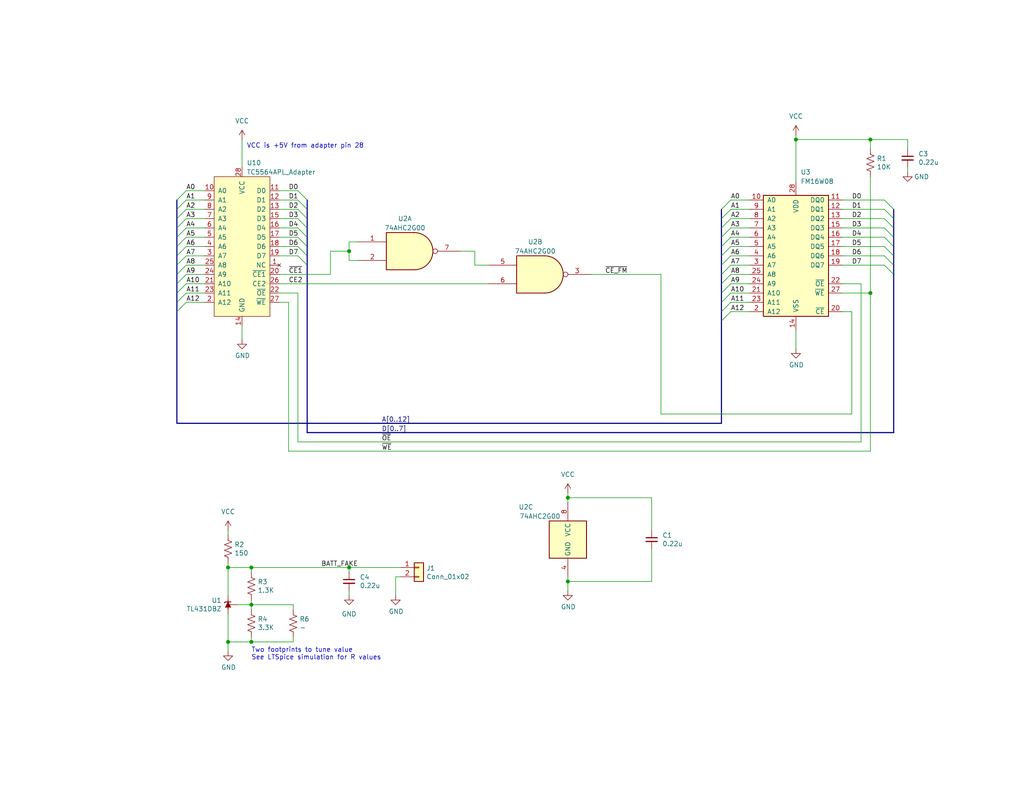
<source format=kicad_sch>
(kicad_sch (version 20230121) (generator eeschema)

  (uuid 00658701-1dc8-45ea-9626-70c1bab0ba47)

  (paper "USLetter")

  (title_block
    (title "6264_FRAM_MOD")
    (date "2022-12-20")
    (rev "V1")
    (comment 1 "Copyright Dr. Matthew Swabey")
  )

  (lib_symbols
    (symbol "74xGxx:74AHC2G00" (in_bom yes) (on_board yes)
      (property "Reference" "U" (at -2.54 3.81 0)
        (effects (font (size 1.27 1.27)))
      )
      (property "Value" "74AHC2G00" (at 0 -3.81 0)
        (effects (font (size 1.27 1.27)))
      )
      (property "Footprint" "" (at 0 0 0)
        (effects (font (size 1.27 1.27)) hide)
      )
      (property "Datasheet" "https://assets.nexperia.com/documents/data-sheet/74AHC_AHCT2G00.pdf" (at 0 0 0)
        (effects (font (size 1.27 1.27)) hide)
      )
      (property "ki_keywords" "Dual Gate NAND LVC CMOS" (at 0 0 0)
        (effects (font (size 1.27 1.27)) hide)
      )
      (property "ki_description" "Dual NAND Gate, High-speed Si-gate CMOS" (at 0 0 0)
        (effects (font (size 1.27 1.27)) hide)
      )
      (property "ki_fp_filters" "SSOP* VSSOP*" (at 0 0 0)
        (effects (font (size 1.27 1.27)) hide)
      )
      (symbol "74AHC2G00_1_1"
        (arc (start 0 -5.08) (mid 5.0579 0) (end 0 5.08)
          (stroke (width 0.254) (type default))
          (fill (type background))
        )
        (polyline
          (pts
            (xy 0 -5.08)
            (xy -7.62 -5.08)
            (xy -7.62 5.08)
            (xy 0 5.08)
          )
          (stroke (width 0.254) (type default))
          (fill (type background))
        )
        (pin input line (at -15.24 2.54 0) (length 7.62)
          (name "~" (effects (font (size 1.27 1.27))))
          (number "1" (effects (font (size 1.27 1.27))))
        )
        (pin input line (at -15.24 -2.54 0) (length 7.62)
          (name "~" (effects (font (size 1.27 1.27))))
          (number "2" (effects (font (size 1.27 1.27))))
        )
        (pin output inverted (at 12.7 0 180) (length 7.62)
          (name "~" (effects (font (size 1.27 1.27))))
          (number "7" (effects (font (size 1.27 1.27))))
        )
      )
      (symbol "74AHC2G00_2_1"
        (arc (start 0 -5.08) (mid 5.0579 0) (end 0 5.08)
          (stroke (width 0.254) (type default))
          (fill (type background))
        )
        (polyline
          (pts
            (xy 0 -5.08)
            (xy -7.62 -5.08)
            (xy -7.62 5.08)
            (xy 0 5.08)
          )
          (stroke (width 0.254) (type default))
          (fill (type background))
        )
        (pin output inverted (at 12.7 0 180) (length 7.62)
          (name "~" (effects (font (size 1.27 1.27))))
          (number "3" (effects (font (size 1.27 1.27))))
        )
        (pin input line (at -15.24 2.54 0) (length 7.62)
          (name "~" (effects (font (size 1.27 1.27))))
          (number "5" (effects (font (size 1.27 1.27))))
        )
        (pin input line (at -15.24 -2.54 0) (length 7.62)
          (name "~" (effects (font (size 1.27 1.27))))
          (number "6" (effects (font (size 1.27 1.27))))
        )
      )
      (symbol "74AHC2G00_3_0"
        (rectangle (start -5.08 -5.08) (end 5.08 5.08)
          (stroke (width 0.254) (type default))
          (fill (type background))
        )
      )
      (symbol "74AHC2G00_3_1"
        (pin power_in line (at 0 -10.16 90) (length 5.08)
          (name "GND" (effects (font (size 1.27 1.27))))
          (number "4" (effects (font (size 1.27 1.27))))
        )
        (pin power_in line (at 0 10.16 270) (length 5.08)
          (name "VCC" (effects (font (size 1.27 1.27))))
          (number "8" (effects (font (size 1.27 1.27))))
        )
      )
    )
    (symbol "Connector_Generic:Conn_01x02" (pin_names (offset 1.016) hide) (in_bom yes) (on_board yes)
      (property "Reference" "J" (at 0 2.54 0)
        (effects (font (size 1.27 1.27)))
      )
      (property "Value" "Conn_01x02" (at 0 -5.08 0)
        (effects (font (size 1.27 1.27)))
      )
      (property "Footprint" "" (at 0 0 0)
        (effects (font (size 1.27 1.27)) hide)
      )
      (property "Datasheet" "~" (at 0 0 0)
        (effects (font (size 1.27 1.27)) hide)
      )
      (property "ki_keywords" "connector" (at 0 0 0)
        (effects (font (size 1.27 1.27)) hide)
      )
      (property "ki_description" "Generic connector, single row, 01x02, script generated (kicad-library-utils/schlib/autogen/connector/)" (at 0 0 0)
        (effects (font (size 1.27 1.27)) hide)
      )
      (property "ki_fp_filters" "Connector*:*_1x??_*" (at 0 0 0)
        (effects (font (size 1.27 1.27)) hide)
      )
      (symbol "Conn_01x02_1_1"
        (rectangle (start -1.27 -2.413) (end 0 -2.667)
          (stroke (width 0.1524) (type default))
          (fill (type none))
        )
        (rectangle (start -1.27 0.127) (end 0 -0.127)
          (stroke (width 0.1524) (type default))
          (fill (type none))
        )
        (rectangle (start -1.27 1.27) (end 1.27 -3.81)
          (stroke (width 0.254) (type default))
          (fill (type background))
        )
        (pin passive line (at -5.08 0 0) (length 3.81)
          (name "Pin_1" (effects (font (size 1.27 1.27))))
          (number "1" (effects (font (size 1.27 1.27))))
        )
        (pin passive line (at -5.08 -2.54 0) (length 3.81)
          (name "Pin_2" (effects (font (size 1.27 1.27))))
          (number "2" (effects (font (size 1.27 1.27))))
        )
      )
    )
    (symbol "Device:C_Small" (pin_numbers hide) (pin_names (offset 0.254) hide) (in_bom yes) (on_board yes)
      (property "Reference" "C" (at 0.254 1.778 0)
        (effects (font (size 1.27 1.27)) (justify left))
      )
      (property "Value" "C_Small" (at 0.254 -2.032 0)
        (effects (font (size 1.27 1.27)) (justify left))
      )
      (property "Footprint" "" (at 0 0 0)
        (effects (font (size 1.27 1.27)) hide)
      )
      (property "Datasheet" "~" (at 0 0 0)
        (effects (font (size 1.27 1.27)) hide)
      )
      (property "ki_keywords" "capacitor cap" (at 0 0 0)
        (effects (font (size 1.27 1.27)) hide)
      )
      (property "ki_description" "Unpolarized capacitor, small symbol" (at 0 0 0)
        (effects (font (size 1.27 1.27)) hide)
      )
      (property "ki_fp_filters" "C_*" (at 0 0 0)
        (effects (font (size 1.27 1.27)) hide)
      )
      (symbol "C_Small_0_1"
        (polyline
          (pts
            (xy -1.524 -0.508)
            (xy 1.524 -0.508)
          )
          (stroke (width 0.3302) (type default))
          (fill (type none))
        )
        (polyline
          (pts
            (xy -1.524 0.508)
            (xy 1.524 0.508)
          )
          (stroke (width 0.3048) (type default))
          (fill (type none))
        )
      )
      (symbol "C_Small_1_1"
        (pin passive line (at 0 2.54 270) (length 2.032)
          (name "~" (effects (font (size 1.27 1.27))))
          (number "1" (effects (font (size 1.27 1.27))))
        )
        (pin passive line (at 0 -2.54 90) (length 2.032)
          (name "~" (effects (font (size 1.27 1.27))))
          (number "2" (effects (font (size 1.27 1.27))))
        )
      )
    )
    (symbol "Device:R_US" (pin_numbers hide) (pin_names (offset 0)) (in_bom yes) (on_board yes)
      (property "Reference" "R" (at 2.54 0 90)
        (effects (font (size 1.27 1.27)))
      )
      (property "Value" "R_US" (at -2.54 0 90)
        (effects (font (size 1.27 1.27)))
      )
      (property "Footprint" "" (at 1.016 -0.254 90)
        (effects (font (size 1.27 1.27)) hide)
      )
      (property "Datasheet" "~" (at 0 0 0)
        (effects (font (size 1.27 1.27)) hide)
      )
      (property "ki_keywords" "R res resistor" (at 0 0 0)
        (effects (font (size 1.27 1.27)) hide)
      )
      (property "ki_description" "Resistor, US symbol" (at 0 0 0)
        (effects (font (size 1.27 1.27)) hide)
      )
      (property "ki_fp_filters" "R_*" (at 0 0 0)
        (effects (font (size 1.27 1.27)) hide)
      )
      (symbol "R_US_0_1"
        (polyline
          (pts
            (xy 0 -2.286)
            (xy 0 -2.54)
          )
          (stroke (width 0) (type default))
          (fill (type none))
        )
        (polyline
          (pts
            (xy 0 2.286)
            (xy 0 2.54)
          )
          (stroke (width 0) (type default))
          (fill (type none))
        )
        (polyline
          (pts
            (xy 0 -0.762)
            (xy 1.016 -1.143)
            (xy 0 -1.524)
            (xy -1.016 -1.905)
            (xy 0 -2.286)
          )
          (stroke (width 0) (type default))
          (fill (type none))
        )
        (polyline
          (pts
            (xy 0 0.762)
            (xy 1.016 0.381)
            (xy 0 0)
            (xy -1.016 -0.381)
            (xy 0 -0.762)
          )
          (stroke (width 0) (type default))
          (fill (type none))
        )
        (polyline
          (pts
            (xy 0 2.286)
            (xy 1.016 1.905)
            (xy 0 1.524)
            (xy -1.016 1.143)
            (xy 0 0.762)
          )
          (stroke (width 0) (type default))
          (fill (type none))
        )
      )
      (symbol "R_US_1_1"
        (pin passive line (at 0 3.81 270) (length 1.27)
          (name "~" (effects (font (size 1.27 1.27))))
          (number "1" (effects (font (size 1.27 1.27))))
        )
        (pin passive line (at 0 -3.81 90) (length 1.27)
          (name "~" (effects (font (size 1.27 1.27))))
          (number "2" (effects (font (size 1.27 1.27))))
        )
      )
    )
    (symbol "Memory_NVRAM:FM16W08-SG" (pin_names (offset 1.016)) (in_bom yes) (on_board yes)
      (property "Reference" "U" (at -7.62 17.78 0)
        (effects (font (size 1.27 1.27)))
      )
      (property "Value" "FM16W08-SG" (at 1.27 17.78 0)
        (effects (font (size 1.27 1.27)) (justify left))
      )
      (property "Footprint" "Package_SO:SOIC-28W_7.5x17.9mm_P1.27mm" (at 0 0 0)
        (effects (font (size 1.27 1.27)) hide)
      )
      (property "Datasheet" "http://www.cypress.com/file/41731/download" (at 0 0 0)
        (effects (font (size 1.27 1.27)) hide)
      )
      (property "ki_keywords" "FRAM 5V Parallel" (at 0 0 0)
        (effects (font (size 1.27 1.27)) hide)
      )
      (property "ki_description" "64Kb FRAM nonvolatile memory, SOIC-28" (at 0 0 0)
        (effects (font (size 1.27 1.27)) hide)
      )
      (property "ki_fp_filters" "SOIC?28*7.5x17.9mm*P1.27mm*" (at 0 0 0)
        (effects (font (size 1.27 1.27)) hide)
      )
      (symbol "FM16W08-SG_0_1"
        (rectangle (start -8.89 16.51) (end 8.89 -16.51)
          (stroke (width 0.254) (type default))
          (fill (type background))
        )
      )
      (symbol "FM16W08-SG_1_1"
        (pin input line (at -12.7 15.24 0) (length 3.81)
          (name "A0" (effects (font (size 1.27 1.27))))
          (number "10" (effects (font (size 1.27 1.27))))
        )
        (pin bidirectional line (at 12.7 15.24 180) (length 3.81)
          (name "DQ0" (effects (font (size 1.27 1.27))))
          (number "11" (effects (font (size 1.27 1.27))))
        )
        (pin bidirectional line (at 12.7 12.7 180) (length 3.81)
          (name "DQ1" (effects (font (size 1.27 1.27))))
          (number "12" (effects (font (size 1.27 1.27))))
        )
        (pin bidirectional line (at 12.7 10.16 180) (length 3.81)
          (name "DQ2" (effects (font (size 1.27 1.27))))
          (number "13" (effects (font (size 1.27 1.27))))
        )
        (pin power_in line (at 0 -20.32 90) (length 3.81)
          (name "VSS" (effects (font (size 1.27 1.27))))
          (number "14" (effects (font (size 1.27 1.27))))
        )
        (pin bidirectional line (at 12.7 7.62 180) (length 3.81)
          (name "DQ3" (effects (font (size 1.27 1.27))))
          (number "15" (effects (font (size 1.27 1.27))))
        )
        (pin bidirectional line (at 12.7 5.08 180) (length 3.81)
          (name "DQ4" (effects (font (size 1.27 1.27))))
          (number "16" (effects (font (size 1.27 1.27))))
        )
        (pin bidirectional line (at 12.7 2.54 180) (length 3.81)
          (name "DQ5" (effects (font (size 1.27 1.27))))
          (number "17" (effects (font (size 1.27 1.27))))
        )
        (pin bidirectional line (at 12.7 0 180) (length 3.81)
          (name "DQ6" (effects (font (size 1.27 1.27))))
          (number "18" (effects (font (size 1.27 1.27))))
        )
        (pin bidirectional line (at 12.7 -2.54 180) (length 3.81)
          (name "DQ7" (effects (font (size 1.27 1.27))))
          (number "19" (effects (font (size 1.27 1.27))))
        )
        (pin input line (at -12.7 -15.24 0) (length 3.81)
          (name "A12" (effects (font (size 1.27 1.27))))
          (number "2" (effects (font (size 1.27 1.27))))
        )
        (pin input line (at 12.7 -15.24 180) (length 3.81)
          (name "~{CE}" (effects (font (size 1.27 1.27))))
          (number "20" (effects (font (size 1.27 1.27))))
        )
        (pin input line (at -12.7 -10.16 0) (length 3.81)
          (name "A10" (effects (font (size 1.27 1.27))))
          (number "21" (effects (font (size 1.27 1.27))))
        )
        (pin input line (at 12.7 -7.62 180) (length 3.81)
          (name "~{OE}" (effects (font (size 1.27 1.27))))
          (number "22" (effects (font (size 1.27 1.27))))
        )
        (pin input line (at -12.7 -12.7 0) (length 3.81)
          (name "A11" (effects (font (size 1.27 1.27))))
          (number "23" (effects (font (size 1.27 1.27))))
        )
        (pin input line (at -12.7 -7.62 0) (length 3.81)
          (name "A9" (effects (font (size 1.27 1.27))))
          (number "24" (effects (font (size 1.27 1.27))))
        )
        (pin input line (at -12.7 -5.08 0) (length 3.81)
          (name "A8" (effects (font (size 1.27 1.27))))
          (number "25" (effects (font (size 1.27 1.27))))
        )
        (pin input line (at 12.7 -10.16 180) (length 3.81)
          (name "~{WE}" (effects (font (size 1.27 1.27))))
          (number "27" (effects (font (size 1.27 1.27))))
        )
        (pin power_in line (at 0 20.32 270) (length 3.81)
          (name "VDD" (effects (font (size 1.27 1.27))))
          (number "28" (effects (font (size 1.27 1.27))))
        )
        (pin input line (at -12.7 -2.54 0) (length 3.81)
          (name "A7" (effects (font (size 1.27 1.27))))
          (number "3" (effects (font (size 1.27 1.27))))
        )
        (pin input line (at -12.7 0 0) (length 3.81)
          (name "A6" (effects (font (size 1.27 1.27))))
          (number "4" (effects (font (size 1.27 1.27))))
        )
        (pin input line (at -12.7 2.54 0) (length 3.81)
          (name "A5" (effects (font (size 1.27 1.27))))
          (number "5" (effects (font (size 1.27 1.27))))
        )
        (pin input line (at -12.7 5.08 0) (length 3.81)
          (name "A4" (effects (font (size 1.27 1.27))))
          (number "6" (effects (font (size 1.27 1.27))))
        )
        (pin input line (at -12.7 7.62 0) (length 3.81)
          (name "A3" (effects (font (size 1.27 1.27))))
          (number "7" (effects (font (size 1.27 1.27))))
        )
        (pin input line (at -12.7 10.16 0) (length 3.81)
          (name "A2" (effects (font (size 1.27 1.27))))
          (number "8" (effects (font (size 1.27 1.27))))
        )
        (pin input line (at -12.7 12.7 0) (length 3.81)
          (name "A1" (effects (font (size 1.27 1.27))))
          (number "9" (effects (font (size 1.27 1.27))))
        )
      )
    )
    (symbol "Memory_RAM_Toshiba:TC5564APL_Adapter" (pin_names (offset 1.016)) (in_bom yes) (on_board yes)
      (property "Reference" "U" (at -7.62 20.32 0)
        (effects (font (size 1.27 1.27)))
      )
      (property "Value" "TC5564APL_Adapter" (at 10.16 -20.32 0)
        (effects (font (size 1.27 1.27)))
      )
      (property "Footprint" "Package_DIP_Adapter:DIP-28_W15.24mm_Socket_Adapter" (at -7.62 20.32 0)
        (effects (font (size 1.27 1.27)) hide)
      )
      (property "Datasheet" "" (at -7.62 20.32 0)
        (effects (font (size 1.27 1.27)) hide)
      )
      (property "ki_keywords" "SRAM" (at 0 0 0)
        (effects (font (size 1.27 1.27)) hide)
      )
      (property "ki_description" "Replace the 8192 word x 8 bit CMOS Static RAM" (at 0 0 0)
        (effects (font (size 1.27 1.27)) hide)
      )
      (symbol "TC5564APL_Adapter_0_1"
        (rectangle (start -7.62 19.05) (end 7.62 -19.05)
          (stroke (width 0) (type default))
          (fill (type background))
        )
      )
      (symbol "TC5564APL_Adapter_1_1"
        (pin no_connect line (at 10.16 -5.08 180) (length 2.54)
          (name "NC" (effects (font (size 1.27 1.27))))
          (number "1" (effects (font (size 1.27 1.27))))
        )
        (pin output line (at -10.16 15.24 0) (length 2.54)
          (name "A0" (effects (font (size 1.27 1.27))))
          (number "10" (effects (font (size 1.27 1.27))))
        )
        (pin tri_state line (at 10.16 15.24 180) (length 2.54)
          (name "D0" (effects (font (size 1.27 1.27))))
          (number "11" (effects (font (size 1.27 1.27))))
        )
        (pin tri_state line (at 10.16 12.7 180) (length 2.54)
          (name "D1" (effects (font (size 1.27 1.27))))
          (number "12" (effects (font (size 1.27 1.27))))
        )
        (pin tri_state line (at 10.16 10.16 180) (length 2.54)
          (name "D2" (effects (font (size 1.27 1.27))))
          (number "13" (effects (font (size 1.27 1.27))))
        )
        (pin power_out line (at 0 -21.59 90) (length 2.54)
          (name "GND" (effects (font (size 1.27 1.27))))
          (number "14" (effects (font (size 1.27 1.27))))
        )
        (pin tri_state line (at 10.16 7.62 180) (length 2.54)
          (name "D3" (effects (font (size 1.27 1.27))))
          (number "15" (effects (font (size 1.27 1.27))))
        )
        (pin tri_state line (at 10.16 5.08 180) (length 2.54)
          (name "D4" (effects (font (size 1.27 1.27))))
          (number "16" (effects (font (size 1.27 1.27))))
        )
        (pin tri_state line (at 10.16 2.54 180) (length 2.54)
          (name "D5" (effects (font (size 1.27 1.27))))
          (number "17" (effects (font (size 1.27 1.27))))
        )
        (pin tri_state line (at 10.16 0 180) (length 2.54)
          (name "D6" (effects (font (size 1.27 1.27))))
          (number "18" (effects (font (size 1.27 1.27))))
        )
        (pin tri_state line (at 10.16 -2.54 180) (length 2.54)
          (name "D7" (effects (font (size 1.27 1.27))))
          (number "19" (effects (font (size 1.27 1.27))))
        )
        (pin output line (at -10.16 -15.24 0) (length 2.54)
          (name "A12" (effects (font (size 1.27 1.27))))
          (number "2" (effects (font (size 1.27 1.27))))
        )
        (pin output line (at 10.16 -7.62 180) (length 2.54)
          (name "~{CE1}" (effects (font (size 1.27 1.27))))
          (number "20" (effects (font (size 1.27 1.27))))
        )
        (pin output line (at -10.16 -10.16 0) (length 2.54)
          (name "A10" (effects (font (size 1.27 1.27))))
          (number "21" (effects (font (size 1.27 1.27))))
        )
        (pin output line (at 10.16 -12.7 180) (length 2.54)
          (name "~{OE}" (effects (font (size 1.27 1.27))))
          (number "22" (effects (font (size 1.27 1.27))))
        )
        (pin output line (at -10.16 -12.7 0) (length 2.54)
          (name "A11" (effects (font (size 1.27 1.27))))
          (number "23" (effects (font (size 1.27 1.27))))
        )
        (pin output line (at -10.16 -7.62 0) (length 2.54)
          (name "A9" (effects (font (size 1.27 1.27))))
          (number "24" (effects (font (size 1.27 1.27))))
        )
        (pin output line (at -10.16 -5.08 0) (length 2.54)
          (name "A8" (effects (font (size 1.27 1.27))))
          (number "25" (effects (font (size 1.27 1.27))))
        )
        (pin output line (at 10.16 -10.16 180) (length 2.54)
          (name "CE2" (effects (font (size 1.27 1.27))))
          (number "26" (effects (font (size 1.27 1.27))))
        )
        (pin output line (at 10.16 -15.24 180) (length 2.54)
          (name "~{WE}" (effects (font (size 1.27 1.27))))
          (number "27" (effects (font (size 1.27 1.27))))
        )
        (pin power_out line (at 0 21.59 270) (length 2.54)
          (name "VCC" (effects (font (size 1.27 1.27))))
          (number "28" (effects (font (size 1.27 1.27))))
        )
        (pin output line (at -10.16 -2.54 0) (length 2.54)
          (name "A7" (effects (font (size 1.27 1.27))))
          (number "3" (effects (font (size 1.27 1.27))))
        )
        (pin output line (at -10.16 0 0) (length 2.54)
          (name "A6" (effects (font (size 1.27 1.27))))
          (number "4" (effects (font (size 1.27 1.27))))
        )
        (pin output line (at -10.16 2.54 0) (length 2.54)
          (name "A5" (effects (font (size 1.27 1.27))))
          (number "5" (effects (font (size 1.27 1.27))))
        )
        (pin output line (at -10.16 5.08 0) (length 2.54)
          (name "A4" (effects (font (size 1.27 1.27))))
          (number "6" (effects (font (size 1.27 1.27))))
        )
        (pin output line (at -10.16 7.62 0) (length 2.54)
          (name "A3" (effects (font (size 1.27 1.27))))
          (number "7" (effects (font (size 1.27 1.27))))
        )
        (pin output line (at -10.16 10.16 0) (length 2.54)
          (name "A2" (effects (font (size 1.27 1.27))))
          (number "8" (effects (font (size 1.27 1.27))))
        )
        (pin output line (at -10.16 12.7 0) (length 2.54)
          (name "A1" (effects (font (size 1.27 1.27))))
          (number "9" (effects (font (size 1.27 1.27))))
        )
      )
    )
    (symbol "Reference_Voltage:TL431DBZ" (pin_numbers hide) (pin_names hide) (in_bom yes) (on_board yes)
      (property "Reference" "U" (at -2.54 2.54 0)
        (effects (font (size 1.27 1.27)))
      )
      (property "Value" "TL431DBZ" (at 0 -2.54 0)
        (effects (font (size 1.27 1.27)))
      )
      (property "Footprint" "Package_TO_SOT_SMD:SOT-23" (at 0 -3.81 0)
        (effects (font (size 1.27 1.27) italic) hide)
      )
      (property "Datasheet" "http://www.ti.com/lit/ds/symlink/tl431.pdf" (at 0 0 0)
        (effects (font (size 1.27 1.27) italic) hide)
      )
      (property "ki_keywords" "diode device shunt regulator" (at 0 0 0)
        (effects (font (size 1.27 1.27)) hide)
      )
      (property "ki_description" "Shunt Regulator, SOT-23" (at 0 0 0)
        (effects (font (size 1.27 1.27)) hide)
      )
      (property "ki_fp_filters" "SOT?23*" (at 0 0 0)
        (effects (font (size 1.27 1.27)) hide)
      )
      (symbol "TL431DBZ_0_1"
        (polyline
          (pts
            (xy -1.27 0)
            (xy 0 0)
            (xy 1.27 0)
          )
          (stroke (width 0) (type default))
          (fill (type none))
        )
        (polyline
          (pts
            (xy -0.762 0.762)
            (xy 0.762 0)
            (xy -0.762 -0.762)
          )
          (stroke (width 0) (type default))
          (fill (type outline))
        )
        (polyline
          (pts
            (xy 0.508 -1.016)
            (xy 0.762 -0.762)
            (xy 0.762 0.762)
            (xy 0.762 0.762)
          )
          (stroke (width 0.254) (type default))
          (fill (type none))
        )
      )
      (symbol "TL431DBZ_1_1"
        (pin passive line (at 2.54 0 180) (length 2.54)
          (name "K" (effects (font (size 1.27 1.27))))
          (number "1" (effects (font (size 1.27 1.27))))
        )
        (pin passive line (at 0 2.54 270) (length 2.54)
          (name "REF" (effects (font (size 1.27 1.27))))
          (number "2" (effects (font (size 1.27 1.27))))
        )
        (pin passive line (at -2.54 0 0) (length 2.54)
          (name "A" (effects (font (size 1.27 1.27))))
          (number "3" (effects (font (size 1.27 1.27))))
        )
      )
    )
    (symbol "power:GND" (power) (pin_names (offset 0)) (in_bom yes) (on_board yes)
      (property "Reference" "#PWR" (at 0 -6.35 0)
        (effects (font (size 1.27 1.27)) hide)
      )
      (property "Value" "GND" (at 0 -3.81 0)
        (effects (font (size 1.27 1.27)))
      )
      (property "Footprint" "" (at 0 0 0)
        (effects (font (size 1.27 1.27)) hide)
      )
      (property "Datasheet" "" (at 0 0 0)
        (effects (font (size 1.27 1.27)) hide)
      )
      (property "ki_keywords" "global power" (at 0 0 0)
        (effects (font (size 1.27 1.27)) hide)
      )
      (property "ki_description" "Power symbol creates a global label with name \"GND\" , ground" (at 0 0 0)
        (effects (font (size 1.27 1.27)) hide)
      )
      (symbol "GND_0_1"
        (polyline
          (pts
            (xy 0 0)
            (xy 0 -1.27)
            (xy 1.27 -1.27)
            (xy 0 -2.54)
            (xy -1.27 -1.27)
            (xy 0 -1.27)
          )
          (stroke (width 0) (type default))
          (fill (type none))
        )
      )
      (symbol "GND_1_1"
        (pin power_in line (at 0 0 270) (length 0) hide
          (name "GND" (effects (font (size 1.27 1.27))))
          (number "1" (effects (font (size 1.27 1.27))))
        )
      )
    )
    (symbol "power:VCC" (power) (pin_names (offset 0)) (in_bom yes) (on_board yes)
      (property "Reference" "#PWR" (at 0 -3.81 0)
        (effects (font (size 1.27 1.27)) hide)
      )
      (property "Value" "VCC" (at 0 3.81 0)
        (effects (font (size 1.27 1.27)))
      )
      (property "Footprint" "" (at 0 0 0)
        (effects (font (size 1.27 1.27)) hide)
      )
      (property "Datasheet" "" (at 0 0 0)
        (effects (font (size 1.27 1.27)) hide)
      )
      (property "ki_keywords" "global power" (at 0 0 0)
        (effects (font (size 1.27 1.27)) hide)
      )
      (property "ki_description" "Power symbol creates a global label with name \"VCC\"" (at 0 0 0)
        (effects (font (size 1.27 1.27)) hide)
      )
      (symbol "VCC_0_1"
        (polyline
          (pts
            (xy -0.762 1.27)
            (xy 0 2.54)
          )
          (stroke (width 0) (type default))
          (fill (type none))
        )
        (polyline
          (pts
            (xy 0 0)
            (xy 0 2.54)
          )
          (stroke (width 0) (type default))
          (fill (type none))
        )
        (polyline
          (pts
            (xy 0 2.54)
            (xy 0.762 1.27)
          )
          (stroke (width 0) (type default))
          (fill (type none))
        )
      )
      (symbol "VCC_1_1"
        (pin power_in line (at 0 0 90) (length 0) hide
          (name "VCC" (effects (font (size 1.27 1.27))))
          (number "1" (effects (font (size 1.27 1.27))))
        )
      )
    )
  )

  (junction (at 68.58 175.26) (diameter 0) (color 0 0 0 0)
    (uuid 0f0a2a38-efbb-429b-bae7-6eacd5e5b87c)
  )
  (junction (at 68.58 154.94) (diameter 0) (color 0 0 0 0)
    (uuid 121a16cd-3ae2-4f56-aaac-5bfde85b50b4)
  )
  (junction (at 62.23 175.26) (diameter 0) (color 0 0 0 0)
    (uuid 18fa5d41-ece9-4ef5-ac32-953d26fd4c5f)
  )
  (junction (at 237.49 38.1) (diameter 0) (color 0 0 0 0)
    (uuid 2254f887-da9c-4f91-9411-95ecfe9ca371)
  )
  (junction (at 217.17 38.1) (diameter 0) (color 0 0 0 0)
    (uuid 2370e541-ee49-442f-b81e-71b1c2d26ff1)
  )
  (junction (at 237.49 80.01) (diameter 0) (color 0 0 0 0)
    (uuid 41b8cb2d-b633-4983-b891-282c73435e65)
  )
  (junction (at 95.25 68.58) (diameter 0) (color 0 0 0 0)
    (uuid 4691e844-daa7-4821-9de2-8185d7ea5cc0)
  )
  (junction (at 95.25 154.94) (diameter 0) (color 0 0 0 0)
    (uuid 4cf075d7-f3ff-46ec-9aec-7582b74d6bf3)
  )
  (junction (at 154.94 135.89) (diameter 0) (color 0 0 0 0)
    (uuid a1579b86-64a2-459d-860b-16d00996403d)
  )
  (junction (at 154.94 158.75) (diameter 0) (color 0 0 0 0)
    (uuid b9e7af68-ad01-4f41-b3b3-f2deef786c24)
  )
  (junction (at 62.23 154.94) (diameter 0) (color 0 0 0 0)
    (uuid bd950cd3-9409-462d-a613-1e1ce3359c17)
  )
  (junction (at 68.58 165.1) (diameter 0) (color 0 0 0 0)
    (uuid dcb5aaa7-834f-4412-a212-1e2faacd06c8)
  )

  (bus_entry (at 81.28 62.23) (size 2.54 2.54)
    (stroke (width 0) (type default))
    (uuid 0508424a-2443-4767-93e8-0f839bf4c090)
  )
  (bus_entry (at 241.3 67.31) (size 2.54 2.54)
    (stroke (width 0) (type default))
    (uuid 179a7451-778b-49b6-87a9-75a1de840b4c)
  )
  (bus_entry (at 48.26 69.85) (size 2.54 -2.54)
    (stroke (width 0) (type default))
    (uuid 2c12d9b0-c668-428b-a3ee-41a2f6d10c85)
  )
  (bus_entry (at 196.85 77.47) (size 2.54 -2.54)
    (stroke (width 0) (type default))
    (uuid 37c88eaf-0eeb-4c7a-8364-d00229a91928)
  )
  (bus_entry (at 241.3 69.85) (size 2.54 2.54)
    (stroke (width 0) (type default))
    (uuid 3b1abe3f-dab2-4678-a691-42f93ca3c306)
  )
  (bus_entry (at 196.85 67.31) (size 2.54 -2.54)
    (stroke (width 0) (type default))
    (uuid 3efb5bcb-ad6b-494c-ae65-08cbf83cc570)
  )
  (bus_entry (at 81.28 57.15) (size 2.54 2.54)
    (stroke (width 0) (type default))
    (uuid 447a538f-8a14-45e8-98b7-083493d04eef)
  )
  (bus_entry (at 48.26 72.39) (size 2.54 -2.54)
    (stroke (width 0) (type default))
    (uuid 4a221e84-0f28-4968-87da-42be18969d6b)
  )
  (bus_entry (at 48.26 80.01) (size 2.54 -2.54)
    (stroke (width 0) (type default))
    (uuid 4aa37346-8cb7-4575-b40a-cbb2f0ed2f2e)
  )
  (bus_entry (at 48.26 77.47) (size 2.54 -2.54)
    (stroke (width 0) (type default))
    (uuid 4e1f7bf4-962b-44ee-a768-34e38c496d76)
  )
  (bus_entry (at 196.85 62.23) (size 2.54 -2.54)
    (stroke (width 0) (type default))
    (uuid 5086c52d-38c0-4494-8a14-690ce308c4d0)
  )
  (bus_entry (at 241.3 57.15) (size 2.54 2.54)
    (stroke (width 0) (type default))
    (uuid 5457d9aa-6012-48d6-8370-3e850a044eae)
  )
  (bus_entry (at 241.3 62.23) (size 2.54 2.54)
    (stroke (width 0) (type default))
    (uuid 573846e8-e184-4e1d-b2b7-d26ff652ce7b)
  )
  (bus_entry (at 81.28 54.61) (size 2.54 2.54)
    (stroke (width 0) (type default))
    (uuid 581834ab-e3ce-426d-a0cc-1bd406d1c6ac)
  )
  (bus_entry (at 196.85 85.09) (size 2.54 -2.54)
    (stroke (width 0) (type default))
    (uuid 5fa64b8a-743b-4a43-ba8d-9ac732a14776)
  )
  (bus_entry (at 196.85 74.93) (size 2.54 -2.54)
    (stroke (width 0) (type default))
    (uuid 628ab980-b6b1-4828-ac2d-527b2c101ce8)
  )
  (bus_entry (at 48.26 82.55) (size 2.54 -2.54)
    (stroke (width 0) (type default))
    (uuid 64adb6be-7131-4189-b221-6a3fa52fefdd)
  )
  (bus_entry (at 81.28 59.69) (size 2.54 2.54)
    (stroke (width 0) (type default))
    (uuid 65041f21-2069-44d7-8a9c-bea471e6a5f0)
  )
  (bus_entry (at 196.85 80.01) (size 2.54 -2.54)
    (stroke (width 0) (type default))
    (uuid 71b88b22-00c5-4a36-a10f-08444fbe04c7)
  )
  (bus_entry (at 48.26 57.15) (size 2.54 -2.54)
    (stroke (width 0) (type default))
    (uuid 71c85676-18d8-4752-b9ef-41b07b3c3849)
  )
  (bus_entry (at 196.85 82.55) (size 2.54 -2.54)
    (stroke (width 0) (type default))
    (uuid 775ec936-b4b6-4f25-b3f4-dbb19a7f901e)
  )
  (bus_entry (at 81.28 52.07) (size 2.54 2.54)
    (stroke (width 0) (type default))
    (uuid 7e18495f-a50c-4614-830f-7e06f553c407)
  )
  (bus_entry (at 48.26 74.93) (size 2.54 -2.54)
    (stroke (width 0) (type default))
    (uuid 82b6c3d4-0483-4fcc-a882-44d0a5ec3265)
  )
  (bus_entry (at 48.26 64.77) (size 2.54 -2.54)
    (stroke (width 0) (type default))
    (uuid 83fba6a1-0c36-4b6a-a433-059f9a722892)
  )
  (bus_entry (at 48.26 54.61) (size 2.54 -2.54)
    (stroke (width 0) (type default))
    (uuid 913cab13-4d98-494d-9dfd-bc4b21dd6de7)
  )
  (bus_entry (at 196.85 57.15) (size 2.54 -2.54)
    (stroke (width 0) (type default))
    (uuid a9c17eb6-49fd-4840-87ce-e3f32676aabc)
  )
  (bus_entry (at 196.85 72.39) (size 2.54 -2.54)
    (stroke (width 0) (type default))
    (uuid b40db1d5-da52-46dc-8167-eb0ef3068e84)
  )
  (bus_entry (at 81.28 64.77) (size 2.54 2.54)
    (stroke (width 0) (type default))
    (uuid b43c600e-2c9d-4bda-a41c-39c59e71557f)
  )
  (bus_entry (at 48.26 62.23) (size 2.54 -2.54)
    (stroke (width 0) (type default))
    (uuid b446aa48-3b95-4d93-99dc-9a20e5ac8fad)
  )
  (bus_entry (at 241.3 54.61) (size 2.54 2.54)
    (stroke (width 0) (type default))
    (uuid b8bd4625-2bbb-4907-93e4-dbf452910028)
  )
  (bus_entry (at 48.26 67.31) (size 2.54 -2.54)
    (stroke (width 0) (type default))
    (uuid c1ce8e15-cdb6-4ed7-a2e7-c9a9de04b2a3)
  )
  (bus_entry (at 196.85 64.77) (size 2.54 -2.54)
    (stroke (width 0) (type default))
    (uuid c4be3f63-bb38-4d5d-91aa-cc965dcede4c)
  )
  (bus_entry (at 81.28 69.85) (size 2.54 2.54)
    (stroke (width 0) (type default))
    (uuid cfdbf394-7ac9-4070-838e-2ab8fda5cf94)
  )
  (bus_entry (at 81.28 67.31) (size 2.54 2.54)
    (stroke (width 0) (type default))
    (uuid e361171e-0378-4f6b-9ca7-77a9526c40df)
  )
  (bus_entry (at 241.3 59.69) (size 2.54 2.54)
    (stroke (width 0) (type default))
    (uuid e57ae287-3176-47a4-b1f4-fea523985070)
  )
  (bus_entry (at 196.85 69.85) (size 2.54 -2.54)
    (stroke (width 0) (type default))
    (uuid e75f8cea-7b88-4a47-9bf1-30c00984bbaa)
  )
  (bus_entry (at 196.85 87.63) (size 2.54 -2.54)
    (stroke (width 0) (type default))
    (uuid e95dba5b-8241-4d6d-886e-d0c6d8c7f758)
  )
  (bus_entry (at 48.26 85.09) (size 2.54 -2.54)
    (stroke (width 0) (type default))
    (uuid f0653526-a0bb-4288-a458-ad667225f4a0)
  )
  (bus_entry (at 241.3 72.39) (size 2.54 2.54)
    (stroke (width 0) (type default))
    (uuid f7bff219-a0fc-48a8-862b-1ce5eaf44ad2)
  )
  (bus_entry (at 196.85 59.69) (size 2.54 -2.54)
    (stroke (width 0) (type default))
    (uuid f7ceb055-1531-4073-978d-3098039bbadf)
  )
  (bus_entry (at 48.26 59.69) (size 2.54 -2.54)
    (stroke (width 0) (type default))
    (uuid fa6c11c4-c529-4558-801c-442dc58e32bc)
  )
  (bus_entry (at 241.3 64.77) (size 2.54 2.54)
    (stroke (width 0) (type default))
    (uuid fe984fc0-4ed4-4d2e-9c06-59bdf03f09c5)
  )

  (wire (pts (xy 247.65 38.1) (xy 247.65 40.64))
    (stroke (width 0) (type default))
    (uuid 084138e9-2c0d-4520-a93d-b9da7648c60e)
  )
  (wire (pts (xy 95.25 66.04) (xy 95.25 68.58))
    (stroke (width 0) (type default))
    (uuid 09ad7e4c-f7fa-4159-b5b6-1b3f5e773a81)
  )
  (bus (pts (xy 243.84 69.85) (xy 243.84 72.39))
    (stroke (width 0) (type default))
    (uuid 0a56a818-7c64-4060-897b-7c4c809bdbc3)
  )

  (wire (pts (xy 217.17 38.1) (xy 217.17 36.83))
    (stroke (width 0) (type default))
    (uuid 0c3b327b-6909-490c-a53a-771d9a5a09f0)
  )
  (wire (pts (xy 62.23 167.64) (xy 62.23 175.26))
    (stroke (width 0) (type default))
    (uuid 0c595816-4450-49f0-8530-2e38a5a0c9db)
  )
  (wire (pts (xy 237.49 80.01) (xy 229.87 80.01))
    (stroke (width 0) (type default))
    (uuid 0f2953e2-1b5b-4aeb-87d9-9ae53fe572d2)
  )
  (wire (pts (xy 95.25 154.94) (xy 109.22 154.94))
    (stroke (width 0) (type default))
    (uuid 115e02e6-c3f0-4e7d-9182-0b4691f450bb)
  )
  (wire (pts (xy 95.25 71.12) (xy 97.79 71.12))
    (stroke (width 0) (type default))
    (uuid 141ef8d5-5898-486a-b7d4-823791f781fe)
  )
  (wire (pts (xy 204.47 85.09) (xy 199.39 85.09))
    (stroke (width 0) (type default))
    (uuid 1653aed0-c375-4c92-b13b-22b5d2e9c1ba)
  )
  (bus (pts (xy 48.26 74.93) (xy 48.26 77.47))
    (stroke (width 0) (type default))
    (uuid 19dec6ef-f46d-4676-a494-46733a574533)
  )

  (wire (pts (xy 125.73 68.58) (xy 129.54 68.58))
    (stroke (width 0) (type default))
    (uuid 19fbf32b-5d49-433e-9389-489c936300f4)
  )
  (bus (pts (xy 83.82 62.23) (xy 83.82 64.77))
    (stroke (width 0) (type default))
    (uuid 1c4e8270-b6f3-4f28-a5d0-8542c655d3f1)
  )

  (wire (pts (xy 68.58 165.1) (xy 80.01 165.1))
    (stroke (width 0) (type default))
    (uuid 1cdb3334-3c63-4285-abb7-3815f32de655)
  )
  (bus (pts (xy 83.82 54.61) (xy 83.82 57.15))
    (stroke (width 0) (type default))
    (uuid 1d21cfd8-5016-45b1-bd79-7f5feff864b5)
  )

  (wire (pts (xy 204.47 80.01) (xy 199.39 80.01))
    (stroke (width 0) (type default))
    (uuid 1f148b69-caa3-4675-a193-c7d254479289)
  )
  (wire (pts (xy 55.88 82.55) (xy 50.8 82.55))
    (stroke (width 0) (type default))
    (uuid 1f5e71dc-8ccf-4a74-9515-4c165ad15ea7)
  )
  (wire (pts (xy 55.88 59.69) (xy 50.8 59.69))
    (stroke (width 0) (type default))
    (uuid 1fbb2975-ac8d-44aa-859c-c13e4394ceeb)
  )
  (bus (pts (xy 196.85 72.39) (xy 196.85 74.93))
    (stroke (width 0) (type default))
    (uuid 203f0027-5f48-427e-a401-6e5bade3d548)
  )

  (wire (pts (xy 76.2 64.77) (xy 81.28 64.77))
    (stroke (width 0) (type default))
    (uuid 21198931-e6ea-42c1-83db-f58ae829ba7f)
  )
  (wire (pts (xy 154.94 134.62) (xy 154.94 135.89))
    (stroke (width 0) (type default))
    (uuid 218670ce-d7f9-43d0-a693-51cd235c8320)
  )
  (bus (pts (xy 48.26 77.47) (xy 48.26 80.01))
    (stroke (width 0) (type default))
    (uuid 222a65db-12df-4ec9-a9cb-f24fab07df4a)
  )

  (wire (pts (xy 64.77 165.1) (xy 68.58 165.1))
    (stroke (width 0) (type default))
    (uuid 228abcc8-ebdc-4fd8-b31d-9c99f57c7a36)
  )
  (bus (pts (xy 83.82 118.11) (xy 243.84 118.11))
    (stroke (width 0) (type default))
    (uuid 22935e9a-8da1-4e8c-9031-92dc7dfcf5ff)
  )
  (bus (pts (xy 196.85 69.85) (xy 196.85 72.39))
    (stroke (width 0) (type default))
    (uuid 238f3e89-a55b-4c72-b6cd-b9133d650dd8)
  )

  (wire (pts (xy 90.17 68.58) (xy 90.17 74.93))
    (stroke (width 0) (type default))
    (uuid 2636e2e5-1360-4f1d-bfea-88c4398ce0cf)
  )
  (bus (pts (xy 83.82 59.69) (xy 83.82 62.23))
    (stroke (width 0) (type default))
    (uuid 299ec75d-6539-466c-ac46-6e72f0e2a767)
  )
  (bus (pts (xy 83.82 67.31) (xy 83.82 69.85))
    (stroke (width 0) (type default))
    (uuid 2a903ad2-451a-45cd-abc7-79071ffcf5f5)
  )

  (wire (pts (xy 50.8 52.07) (xy 55.88 52.07))
    (stroke (width 0) (type default))
    (uuid 38b2f4e8-a587-4fab-9a2c-92a733be5db7)
  )
  (wire (pts (xy 204.47 72.39) (xy 199.39 72.39))
    (stroke (width 0) (type default))
    (uuid 38c44163-5e9d-49c3-816e-fdefecd40d5a)
  )
  (wire (pts (xy 62.23 177.8) (xy 62.23 175.26))
    (stroke (width 0) (type default))
    (uuid 3abeb4da-ea87-44cb-911c-63105410e3ea)
  )
  (wire (pts (xy 76.2 69.85) (xy 81.28 69.85))
    (stroke (width 0) (type default))
    (uuid 3b18bed2-e050-46a3-8497-249844f9dba7)
  )
  (wire (pts (xy 229.87 67.31) (xy 241.3 67.31))
    (stroke (width 0) (type default))
    (uuid 3bd4a35b-5c34-43df-bf4b-415f5dbcb39a)
  )
  (bus (pts (xy 196.85 77.47) (xy 196.85 80.01))
    (stroke (width 0) (type default))
    (uuid 3c47b262-414e-4d4a-a825-ee38375833f8)
  )

  (wire (pts (xy 80.01 175.26) (xy 80.01 173.99))
    (stroke (width 0) (type default))
    (uuid 3f155aa6-530b-4979-adfd-97f949c0e7ed)
  )
  (wire (pts (xy 154.94 158.75) (xy 154.94 161.29))
    (stroke (width 0) (type default))
    (uuid 41d6bde2-1705-4db3-a858-612ecc3d7409)
  )
  (wire (pts (xy 229.87 85.09) (xy 232.41 85.09))
    (stroke (width 0) (type default))
    (uuid 46495658-5f85-40ae-b9e0-82101d7c959d)
  )
  (wire (pts (xy 81.28 62.23) (xy 76.2 62.23))
    (stroke (width 0) (type default))
    (uuid 475a9683-1ec7-424e-ba66-de7a9fea882b)
  )
  (bus (pts (xy 243.84 67.31) (xy 243.84 69.85))
    (stroke (width 0) (type default))
    (uuid 4cf768ca-8d6a-4b3d-be37-b1d0ce300c80)
  )
  (bus (pts (xy 196.85 67.31) (xy 196.85 69.85))
    (stroke (width 0) (type default))
    (uuid 4d29742f-61ef-4f9d-aa2f-32a8fb124442)
  )

  (wire (pts (xy 81.28 57.15) (xy 76.2 57.15))
    (stroke (width 0) (type default))
    (uuid 4fe37806-73d6-46d6-b80e-3f7b92712811)
  )
  (wire (pts (xy 217.17 49.53) (xy 217.17 38.1))
    (stroke (width 0) (type default))
    (uuid 51179fa2-6e5f-4b7f-8ab5-a7547bae26e5)
  )
  (wire (pts (xy 68.58 154.94) (xy 68.58 156.21))
    (stroke (width 0) (type default))
    (uuid 55cc9578-8731-4ad7-874a-aa4d4e098b80)
  )
  (wire (pts (xy 199.39 57.15) (xy 204.47 57.15))
    (stroke (width 0) (type default))
    (uuid 56bddb34-58f0-4ef6-8e36-5d64e6ee4c2b)
  )
  (wire (pts (xy 204.47 67.31) (xy 199.39 67.31))
    (stroke (width 0) (type default))
    (uuid 5983c5e6-d9f4-4f35-9b09-63cc1c1356ab)
  )
  (wire (pts (xy 177.8 158.75) (xy 154.94 158.75))
    (stroke (width 0) (type default))
    (uuid 5acb5163-4a2e-4db3-829a-d3ebddb9f3ff)
  )
  (wire (pts (xy 234.95 77.47) (xy 234.95 120.65))
    (stroke (width 0) (type default))
    (uuid 5c6601c7-67b7-481e-befc-cd3be954a21a)
  )
  (wire (pts (xy 180.34 113.03) (xy 232.41 113.03))
    (stroke (width 0) (type default))
    (uuid 5c68281e-a857-431e-8197-d93453ce4042)
  )
  (wire (pts (xy 68.58 175.26) (xy 68.58 173.99))
    (stroke (width 0) (type default))
    (uuid 5e322ef7-2448-46a2-977f-077a3fab1e86)
  )
  (wire (pts (xy 241.3 54.61) (xy 229.87 54.61))
    (stroke (width 0) (type default))
    (uuid 5e3fc490-1850-404c-93b4-97ab7637b0d1)
  )
  (wire (pts (xy 95.25 154.94) (xy 95.25 156.21))
    (stroke (width 0) (type default))
    (uuid 5f8a329f-31dd-4a54-990f-2a60b87d7247)
  )
  (wire (pts (xy 229.87 62.23) (xy 241.3 62.23))
    (stroke (width 0) (type default))
    (uuid 5fcaf28e-dec9-4342-b71e-cb47264ee134)
  )
  (wire (pts (xy 129.54 72.39) (xy 133.35 72.39))
    (stroke (width 0) (type default))
    (uuid 5fefa5a2-7164-4c54-98de-3b4dc61fe1d2)
  )
  (bus (pts (xy 83.82 57.15) (xy 83.82 59.69))
    (stroke (width 0) (type default))
    (uuid 6025f867-2bbe-47c1-acec-f1dc0e87916f)
  )

  (wire (pts (xy 177.8 135.89) (xy 177.8 144.78))
    (stroke (width 0) (type default))
    (uuid 61d2345e-69fb-41c1-8d69-15860f9e6e14)
  )
  (wire (pts (xy 66.04 92.71) (xy 66.04 88.9))
    (stroke (width 0) (type default))
    (uuid 6288ffc1-0f54-415f-89a0-910157792273)
  )
  (wire (pts (xy 204.47 62.23) (xy 199.39 62.23))
    (stroke (width 0) (type default))
    (uuid 65a70d80-2013-402f-aafb-887dd882f596)
  )
  (wire (pts (xy 90.17 68.58) (xy 95.25 68.58))
    (stroke (width 0) (type default))
    (uuid 664726ec-5d48-4653-8aba-14fc6936ecc1)
  )
  (wire (pts (xy 247.65 45.72) (xy 247.65 46.99))
    (stroke (width 0) (type default))
    (uuid 687116da-656a-47c5-99e3-4fb5d59f281c)
  )
  (bus (pts (xy 48.26 82.55) (xy 48.26 85.09))
    (stroke (width 0) (type default))
    (uuid 68d97740-c1b7-408c-9a19-09c64c7858ac)
  )

  (wire (pts (xy 81.28 67.31) (xy 76.2 67.31))
    (stroke (width 0) (type default))
    (uuid 69a8a40a-2063-438e-8f6a-a9ec498fd4da)
  )
  (wire (pts (xy 241.3 69.85) (xy 229.87 69.85))
    (stroke (width 0) (type default))
    (uuid 6c6e90b9-c5b4-4ff8-8716-e438232df019)
  )
  (wire (pts (xy 199.39 54.61) (xy 204.47 54.61))
    (stroke (width 0) (type default))
    (uuid 6ea1d3a8-9bbb-4fee-bfb9-767455b60899)
  )
  (bus (pts (xy 48.26 59.69) (xy 48.26 62.23))
    (stroke (width 0) (type default))
    (uuid 6ec5d4e9-3377-42a8-863f-47914ee3246e)
  )

  (wire (pts (xy 81.28 52.07) (xy 76.2 52.07))
    (stroke (width 0) (type default))
    (uuid 78594135-fc05-4a41-a60b-c17ae70e2e62)
  )
  (wire (pts (xy 204.47 82.55) (xy 199.39 82.55))
    (stroke (width 0) (type default))
    (uuid 79b62fb5-ebfd-4caa-ac07-bcb05fc8e69d)
  )
  (wire (pts (xy 78.74 82.55) (xy 78.74 123.19))
    (stroke (width 0) (type default))
    (uuid 79b6c9eb-e431-4053-8f78-93e82aa5720d)
  )
  (wire (pts (xy 50.8 54.61) (xy 55.88 54.61))
    (stroke (width 0) (type default))
    (uuid 7aac19a9-a243-42ab-b09b-0df8dc0ac0f8)
  )
  (wire (pts (xy 241.3 59.69) (xy 229.87 59.69))
    (stroke (width 0) (type default))
    (uuid 7b87ae7e-ce8e-4ace-a332-ec9a2ce117cb)
  )
  (wire (pts (xy 232.41 85.09) (xy 232.41 113.03))
    (stroke (width 0) (type default))
    (uuid 8159a210-9c78-43e7-b57d-fe61d3c10b78)
  )
  (wire (pts (xy 229.87 57.15) (xy 241.3 57.15))
    (stroke (width 0) (type default))
    (uuid 816bb849-16fc-4467-9810-4a3dddcb0793)
  )
  (wire (pts (xy 81.28 80.01) (xy 81.28 120.65))
    (stroke (width 0) (type default))
    (uuid 8265e6e1-dbc4-425d-a1a3-d6b4ebcee56f)
  )
  (wire (pts (xy 229.87 72.39) (xy 241.3 72.39))
    (stroke (width 0) (type default))
    (uuid 82b7bf71-4d53-4005-ae7b-a53b157aa450)
  )
  (bus (pts (xy 196.85 64.77) (xy 196.85 67.31))
    (stroke (width 0) (type default))
    (uuid 82c47113-338c-487f-aa2d-4fa6acfaa996)
  )
  (bus (pts (xy 196.85 57.15) (xy 196.85 59.69))
    (stroke (width 0) (type default))
    (uuid 8652a91e-2913-48bc-80ba-e94f0204a0fb)
  )
  (bus (pts (xy 48.26 69.85) (xy 48.26 72.39))
    (stroke (width 0) (type default))
    (uuid 87f8e1a8-18a8-4478-b91c-a0b6d3ac9354)
  )

  (wire (pts (xy 204.47 69.85) (xy 199.39 69.85))
    (stroke (width 0) (type default))
    (uuid 8945a709-0a4a-4ea9-b2a6-7cca3076e50e)
  )
  (bus (pts (xy 83.82 72.39) (xy 83.82 118.11))
    (stroke (width 0) (type default))
    (uuid 8ad0d0f2-468c-4a08-86ec-46db05bf0afe)
  )

  (wire (pts (xy 68.58 165.1) (xy 68.58 166.37))
    (stroke (width 0) (type default))
    (uuid 8b6ebf27-31c8-4ce2-a4f5-b9cb6367851b)
  )
  (bus (pts (xy 83.82 69.85) (xy 83.82 72.39))
    (stroke (width 0) (type default))
    (uuid 8d582e2d-3f60-4a40-bec9-0e773a05eb25)
  )

  (wire (pts (xy 62.23 144.78) (xy 62.23 146.05))
    (stroke (width 0) (type default))
    (uuid 8d97aba5-c85a-4d33-9d04-c10ebd980db9)
  )
  (bus (pts (xy 48.26 72.39) (xy 48.26 74.93))
    (stroke (width 0) (type default))
    (uuid 8eda35a0-bfd5-4cde-bb9a-37f228f4088a)
  )

  (wire (pts (xy 154.94 135.89) (xy 154.94 137.16))
    (stroke (width 0) (type default))
    (uuid 944b4f65-3533-43ec-b9a0-cc5f92dde82a)
  )
  (wire (pts (xy 76.2 77.47) (xy 133.35 77.47))
    (stroke (width 0) (type default))
    (uuid 95197f9c-bfa1-4144-b331-f7506a9985f5)
  )
  (bus (pts (xy 83.82 64.77) (xy 83.82 67.31))
    (stroke (width 0) (type default))
    (uuid 9564d00b-d6c6-4a3d-847e-7f0288b0dde4)
  )
  (bus (pts (xy 48.26 85.09) (xy 48.26 115.57))
    (stroke (width 0) (type default))
    (uuid 9615119d-871b-4fa7-96e4-42ef6710c399)
  )

  (wire (pts (xy 76.2 59.69) (xy 81.28 59.69))
    (stroke (width 0) (type default))
    (uuid 9759e628-dba3-46d2-8df0-9b4a4af9813e)
  )
  (wire (pts (xy 76.2 54.61) (xy 81.28 54.61))
    (stroke (width 0) (type default))
    (uuid 994d2cb7-cd01-4412-8326-45837f0e76e5)
  )
  (wire (pts (xy 55.88 62.23) (xy 50.8 62.23))
    (stroke (width 0) (type default))
    (uuid 99bc67b9-69d1-4e2f-a8fc-495dd8e1e66b)
  )
  (wire (pts (xy 95.25 161.29) (xy 95.25 162.56))
    (stroke (width 0) (type default))
    (uuid 9a3c4830-3b8a-400b-9adb-e84f77ff2537)
  )
  (wire (pts (xy 237.49 38.1) (xy 247.65 38.1))
    (stroke (width 0) (type default))
    (uuid 9ca540b5-68b7-46a9-b71c-8f7c84b4862b)
  )
  (bus (pts (xy 196.85 59.69) (xy 196.85 62.23))
    (stroke (width 0) (type default))
    (uuid a0134b5d-8239-4988-9d5f-f1c61a330486)
  )

  (wire (pts (xy 204.47 64.77) (xy 199.39 64.77))
    (stroke (width 0) (type default))
    (uuid a02ded9a-a3bf-42f7-9ada-eb1d598855ff)
  )
  (wire (pts (xy 177.8 149.86) (xy 177.8 158.75))
    (stroke (width 0) (type default))
    (uuid a1378547-ca81-4c8b-9fcc-e9fde41900ab)
  )
  (bus (pts (xy 196.85 115.57) (xy 196.85 87.63))
    (stroke (width 0) (type default))
    (uuid a2a751e6-cbd4-4473-b942-5a625b69f9f8)
  )

  (wire (pts (xy 129.54 68.58) (xy 129.54 72.39))
    (stroke (width 0) (type default))
    (uuid a3851fd0-f9c2-41be-9446-87d67f74388a)
  )
  (bus (pts (xy 48.26 80.01) (xy 48.26 82.55))
    (stroke (width 0) (type default))
    (uuid a3ee84bc-2e94-4fb3-96db-266a1d036f37)
  )

  (wire (pts (xy 55.88 72.39) (xy 50.8 72.39))
    (stroke (width 0) (type default))
    (uuid a84d0b62-29a3-4b6e-84ab-bf68894ffb0e)
  )
  (wire (pts (xy 55.88 67.31) (xy 50.8 67.31))
    (stroke (width 0) (type default))
    (uuid a888e130-ddfb-4191-9ce7-fa55f62b3562)
  )
  (bus (pts (xy 48.26 64.77) (xy 48.26 67.31))
    (stroke (width 0) (type default))
    (uuid a936b5de-3a22-4410-9894-74a990508317)
  )
  (bus (pts (xy 196.85 85.09) (xy 196.85 87.63))
    (stroke (width 0) (type default))
    (uuid ae9a372f-9eab-41ef-80e6-56154040d103)
  )
  (bus (pts (xy 196.85 80.01) (xy 196.85 82.55))
    (stroke (width 0) (type default))
    (uuid b101aa4b-3388-40df-8531-9a5f54b7355e)
  )
  (bus (pts (xy 196.85 62.23) (xy 196.85 64.77))
    (stroke (width 0) (type default))
    (uuid b275564d-7e06-4b47-8777-31776ccdafe8)
  )

  (wire (pts (xy 62.23 175.26) (xy 68.58 175.26))
    (stroke (width 0) (type default))
    (uuid b29ca18e-911f-491a-8258-89f85267f671)
  )
  (bus (pts (xy 48.26 54.61) (xy 48.26 57.15))
    (stroke (width 0) (type default))
    (uuid b30445ad-d8e1-4a0b-92a1-977f220cc216)
  )
  (bus (pts (xy 243.84 57.15) (xy 243.84 59.69))
    (stroke (width 0) (type default))
    (uuid b3cbea11-c8b0-4fb3-b12d-6b9eab1f81ab)
  )

  (wire (pts (xy 55.88 80.01) (xy 50.8 80.01))
    (stroke (width 0) (type default))
    (uuid b627ccc8-7fb0-4d2a-a3b0-0fe22938ed23)
  )
  (bus (pts (xy 48.26 67.31) (xy 48.26 69.85))
    (stroke (width 0) (type default))
    (uuid b7d3566f-7e0f-4c2e-8e06-de87948c444e)
  )
  (bus (pts (xy 196.85 74.93) (xy 196.85 77.47))
    (stroke (width 0) (type default))
    (uuid bbb181b5-2609-416a-8c0f-8b9eb496448f)
  )

  (wire (pts (xy 180.34 74.93) (xy 180.34 113.03))
    (stroke (width 0) (type default))
    (uuid be6c5439-41aa-4144-b2b7-c061dc2c4031)
  )
  (wire (pts (xy 55.88 74.93) (xy 50.8 74.93))
    (stroke (width 0) (type default))
    (uuid bf8ddae7-6278-4e0b-a4a1-d4e596dd4c1c)
  )
  (wire (pts (xy 66.04 38.1) (xy 66.04 45.72))
    (stroke (width 0) (type default))
    (uuid c0faaf4d-60f6-4e56-a9bd-fef8a3eb4c4a)
  )
  (wire (pts (xy 237.49 123.19) (xy 237.49 80.01))
    (stroke (width 0) (type default))
    (uuid c1399c4e-0b0f-4ba2-8386-32a10968866c)
  )
  (wire (pts (xy 68.58 154.94) (xy 95.25 154.94))
    (stroke (width 0) (type default))
    (uuid c36a2ae1-4f81-4f60-adaa-d34d671a8599)
  )
  (wire (pts (xy 204.47 77.47) (xy 199.39 77.47))
    (stroke (width 0) (type default))
    (uuid c43efcf6-a5f5-4067-bb94-0ac4463e8539)
  )
  (wire (pts (xy 81.28 120.65) (xy 234.95 120.65))
    (stroke (width 0) (type default))
    (uuid c69c0ac9-9c94-4219-ab47-604f222d4de6)
  )
  (bus (pts (xy 48.26 62.23) (xy 48.26 64.77))
    (stroke (width 0) (type default))
    (uuid c72f2640-e0ec-41c5-bfca-4188a1cef1a3)
  )
  (bus (pts (xy 243.84 62.23) (xy 243.84 64.77))
    (stroke (width 0) (type default))
    (uuid c936538d-911d-4b09-9687-a0b2f556faa8)
  )

  (wire (pts (xy 76.2 82.55) (xy 78.74 82.55))
    (stroke (width 0) (type default))
    (uuid c99cb9fa-3849-40e6-b198-1bf014f5c0ee)
  )
  (bus (pts (xy 48.26 57.15) (xy 48.26 59.69))
    (stroke (width 0) (type default))
    (uuid cd10bd12-5ad1-4f80-8a42-79bea6e2f212)
  )

  (wire (pts (xy 217.17 38.1) (xy 237.49 38.1))
    (stroke (width 0) (type default))
    (uuid ce35e19f-0908-4292-8029-54b11b9682b2)
  )
  (wire (pts (xy 241.3 64.77) (xy 229.87 64.77))
    (stroke (width 0) (type default))
    (uuid cea3755d-4ea9-4cb0-b70c-66d9ac8ace09)
  )
  (bus (pts (xy 48.26 115.57) (xy 196.85 115.57))
    (stroke (width 0) (type default))
    (uuid ceb32407-c3c0-4107-8056-9818e6155825)
  )
  (bus (pts (xy 196.85 82.55) (xy 196.85 85.09))
    (stroke (width 0) (type default))
    (uuid cf471db3-89d9-444c-98bc-422ae15acd38)
  )

  (wire (pts (xy 55.88 64.77) (xy 50.8 64.77))
    (stroke (width 0) (type default))
    (uuid d0152bee-5040-4c44-b40a-993aa9e1dfc9)
  )
  (wire (pts (xy 55.88 69.85) (xy 50.8 69.85))
    (stroke (width 0) (type default))
    (uuid d57c35a9-f013-48e0-9b67-a6702ea413e6)
  )
  (wire (pts (xy 237.49 48.26) (xy 237.49 80.01))
    (stroke (width 0) (type default))
    (uuid d598e0e6-8f5f-4649-9360-191f34709051)
  )
  (wire (pts (xy 95.25 66.04) (xy 97.79 66.04))
    (stroke (width 0) (type default))
    (uuid d76b7707-3857-44ac-9334-12ce495630fe)
  )
  (wire (pts (xy 217.17 90.17) (xy 217.17 95.25))
    (stroke (width 0) (type default))
    (uuid d925456a-4b32-4d80-836e-2846f9b40406)
  )
  (wire (pts (xy 237.49 38.1) (xy 237.49 40.64))
    (stroke (width 0) (type default))
    (uuid dcae5ff3-3bc7-4c22-a2c2-2781c14533a8)
  )
  (bus (pts (xy 243.84 59.69) (xy 243.84 62.23))
    (stroke (width 0) (type default))
    (uuid df8a015a-5e1a-447b-bd1f-9aaa11d6fbe4)
  )

  (wire (pts (xy 68.58 175.26) (xy 80.01 175.26))
    (stroke (width 0) (type default))
    (uuid e34497c0-c9fb-4f42-8fe0-21fbbc9e2e0f)
  )
  (wire (pts (xy 109.22 157.48) (xy 107.95 157.48))
    (stroke (width 0) (type default))
    (uuid e45fd834-c788-4de1-832f-a66c28b890e5)
  )
  (bus (pts (xy 243.84 74.93) (xy 243.84 118.11))
    (stroke (width 0) (type default))
    (uuid e5842b7b-cacf-418d-8dfd-6b33812cc7d0)
  )

  (wire (pts (xy 154.94 157.48) (xy 154.94 158.75))
    (stroke (width 0) (type default))
    (uuid e6073fb0-4483-4de2-bef4-b7557f552aac)
  )
  (wire (pts (xy 80.01 166.37) (xy 80.01 165.1))
    (stroke (width 0) (type default))
    (uuid e688698e-76ca-4f90-8b1f-4796e78a31a7)
  )
  (wire (pts (xy 76.2 80.01) (xy 81.28 80.01))
    (stroke (width 0) (type default))
    (uuid e6e510cf-a042-41ad-9d2f-bd380394c790)
  )
  (wire (pts (xy 62.23 154.94) (xy 68.58 154.94))
    (stroke (width 0) (type default))
    (uuid e7507975-9274-493d-b0de-52c6d3e09a8e)
  )
  (wire (pts (xy 55.88 77.47) (xy 50.8 77.47))
    (stroke (width 0) (type default))
    (uuid e78ed868-7351-4d09-9868-d16d38d4f656)
  )
  (wire (pts (xy 55.88 57.15) (xy 50.8 57.15))
    (stroke (width 0) (type default))
    (uuid e97a4c08-5ad1-4b0a-a30b-26880bc5d674)
  )
  (wire (pts (xy 95.25 68.58) (xy 95.25 71.12))
    (stroke (width 0) (type default))
    (uuid ebff472b-b245-497d-9fda-385f9cc45b9e)
  )
  (wire (pts (xy 62.23 162.56) (xy 62.23 154.94))
    (stroke (width 0) (type default))
    (uuid ecae81b0-9784-40c3-bd3d-e6c4525c0fa2)
  )
  (wire (pts (xy 76.2 74.93) (xy 90.17 74.93))
    (stroke (width 0) (type default))
    (uuid ef8d845c-6bb2-4b8b-a540-ca662cdd50d6)
  )
  (wire (pts (xy 107.95 157.48) (xy 107.95 162.56))
    (stroke (width 0) (type default))
    (uuid f04aa3b3-52fd-4fdc-a1af-0b9cdcfab1c3)
  )
  (bus (pts (xy 243.84 72.39) (xy 243.84 74.93))
    (stroke (width 0) (type default))
    (uuid f19c1bb7-7fab-44e1-85d4-797c5705e159)
  )

  (wire (pts (xy 177.8 135.89) (xy 154.94 135.89))
    (stroke (width 0) (type default))
    (uuid f1b38ee4-8e97-49cd-8060-6a143e0f1cd4)
  )
  (wire (pts (xy 161.29 74.93) (xy 180.34 74.93))
    (stroke (width 0) (type default))
    (uuid f2b382c4-ff0f-4b62-8be8-dd71091dbe82)
  )
  (wire (pts (xy 234.95 77.47) (xy 229.87 77.47))
    (stroke (width 0) (type default))
    (uuid f4f2d4c4-89de-466e-a420-96d4cea7be4f)
  )
  (wire (pts (xy 62.23 153.67) (xy 62.23 154.94))
    (stroke (width 0) (type default))
    (uuid f6ec4001-0582-467e-8ccb-4f058dc84821)
  )
  (wire (pts (xy 68.58 165.1) (xy 68.58 163.83))
    (stroke (width 0) (type default))
    (uuid f7963d63-b1af-4bc0-be47-59bd0da20c70)
  )
  (wire (pts (xy 204.47 74.93) (xy 199.39 74.93))
    (stroke (width 0) (type default))
    (uuid fa7a8f52-966b-4358-8c9e-6fc25b17c879)
  )
  (bus (pts (xy 243.84 64.77) (xy 243.84 67.31))
    (stroke (width 0) (type default))
    (uuid fb65beff-6847-4bd7-a315-2e56e5c55790)
  )

  (wire (pts (xy 78.74 123.19) (xy 237.49 123.19))
    (stroke (width 0) (type default))
    (uuid fe6d9f84-d685-4ea3-8de7-d708919ff7bf)
  )
  (wire (pts (xy 204.47 59.69) (xy 199.39 59.69))
    (stroke (width 0) (type default))
    (uuid ff597c81-5cae-4000-8c3f-f1feb682eea8)
  )

  (text "VCC is +5V from adapter pin 28" (at 67.31 40.64 0)
    (effects (font (size 1.27 1.27)) (justify left bottom))
    (uuid 43915bef-b997-42d8-a8a0-8dcfea303272)
  )
  (text "Two footprints to tune value\nSee LTSpice simulation for R values"
    (at 68.58 180.34 0)
    (effects (font (size 1.27 1.27)) (justify left bottom))
    (uuid 961d0ea3-56c6-4d6a-916b-2e307bc8c1af)
  )

  (label "A0" (at 199.39 54.61 0) (fields_autoplaced)
    (effects (font (size 1.27 1.27)) (justify left bottom))
    (uuid 01889c43-3747-4736-b6b1-30032752be54)
  )
  (label "A7" (at 199.39 72.39 0) (fields_autoplaced)
    (effects (font (size 1.27 1.27)) (justify left bottom))
    (uuid 0e727a36-dc18-4427-8431-0c2eee690706)
  )
  (label "~{CE_FM}" (at 165.1 74.93 0) (fields_autoplaced)
    (effects (font (size 1.27 1.27)) (justify left bottom))
    (uuid 150b4c65-39b6-45fa-8885-ec72eac41293)
  )
  (label "D[0..7]" (at 104.14 118.11 0) (fields_autoplaced)
    (effects (font (size 1.27 1.27)) (justify left bottom))
    (uuid 1a65043f-9d52-4373-9327-90063999582d)
  )
  (label "~{WE}" (at 104.14 123.19 0) (fields_autoplaced)
    (effects (font (size 1.27 1.27)) (justify left bottom))
    (uuid 1adb01bf-a5da-45a9-95d9-09f6d3376fa1)
  )
  (label "CE2" (at 78.74 77.47 0) (fields_autoplaced)
    (effects (font (size 1.27 1.27)) (justify left bottom))
    (uuid 1d34af83-b9db-4722-92fe-5c22940832d1)
  )
  (label "A11" (at 199.39 82.55 0) (fields_autoplaced)
    (effects (font (size 1.27 1.27)) (justify left bottom))
    (uuid 2237573f-e041-47e0-b7fb-ec7061910949)
  )
  (label "A0" (at 50.8 52.07 0) (fields_autoplaced)
    (effects (font (size 1.27 1.27)) (justify left bottom))
    (uuid 2449b960-325e-4da7-a8ea-1f67e3b683ae)
  )
  (label "D4" (at 78.74 62.23 0) (fields_autoplaced)
    (effects (font (size 1.27 1.27)) (justify left bottom))
    (uuid 29ba3198-9fb4-4e1b-b30d-d60a47ee03f3)
  )
  (label "A2" (at 50.8 57.15 0) (fields_autoplaced)
    (effects (font (size 1.27 1.27)) (justify left bottom))
    (uuid 2cd06932-7495-4ec0-95d9-1f5f627c021e)
  )
  (label "A11" (at 50.8 80.01 0) (fields_autoplaced)
    (effects (font (size 1.27 1.27)) (justify left bottom))
    (uuid 343e7365-b482-4082-aafa-bdb34a25d56f)
  )
  (label "D0" (at 78.74 52.07 0) (fields_autoplaced)
    (effects (font (size 1.27 1.27)) (justify left bottom))
    (uuid 355c60ee-28b3-43c8-b847-0c9dfcfeaeb2)
  )
  (label "D1" (at 78.74 54.61 0) (fields_autoplaced)
    (effects (font (size 1.27 1.27)) (justify left bottom))
    (uuid 47838c46-9005-4a18-a01c-92578a3a8076)
  )
  (label "D6" (at 232.41 69.85 0) (fields_autoplaced)
    (effects (font (size 1.27 1.27)) (justify left bottom))
    (uuid 55c7462c-f968-4c82-8b60-0cb152bbd87a)
  )
  (label "D0" (at 232.41 54.61 0) (fields_autoplaced)
    (effects (font (size 1.27 1.27)) (justify left bottom))
    (uuid 5f971d7a-24be-48e8-ae17-2b8fee0ddbdb)
  )
  (label "D2" (at 78.74 57.15 0) (fields_autoplaced)
    (effects (font (size 1.27 1.27)) (justify left bottom))
    (uuid 64462f5f-e7c1-4ffc-94ec-f21bbe2649af)
  )
  (label "D1" (at 232.41 57.15 0) (fields_autoplaced)
    (effects (font (size 1.27 1.27)) (justify left bottom))
    (uuid 65943bb9-75cf-427f-80dc-ea14999df5c1)
  )
  (label "~{OE}" (at 104.14 120.65 0) (fields_autoplaced)
    (effects (font (size 1.27 1.27)) (justify left bottom))
    (uuid 6739b19d-2e06-4609-8638-f19235bee0c7)
  )
  (label "D5" (at 78.74 64.77 0) (fields_autoplaced)
    (effects (font (size 1.27 1.27)) (justify left bottom))
    (uuid 6fbd4285-3023-41c3-b15c-25966ff98a9d)
  )
  (label "A[0..12]" (at 104.14 115.57 0) (fields_autoplaced)
    (effects (font (size 1.27 1.27)) (justify left bottom))
    (uuid 7ce0ce6e-2a7f-49f9-a3bf-bc940f904df5)
  )
  (label "D4" (at 232.41 64.77 0) (fields_autoplaced)
    (effects (font (size 1.27 1.27)) (justify left bottom))
    (uuid 80f826d8-8273-4bfa-ada2-833051186cf9)
  )
  (label "A5" (at 50.8 64.77 0) (fields_autoplaced)
    (effects (font (size 1.27 1.27)) (justify left bottom))
    (uuid 85e172f4-136b-401e-8401-8dfe57153db8)
  )
  (label "BATT_FAKE" (at 87.63 154.94 0) (fields_autoplaced)
    (effects (font (size 1.27 1.27)) (justify left bottom))
    (uuid 895e3d2c-8ead-45b3-84c0-21a600bb6807)
  )
  (label "A8" (at 199.39 74.93 0) (fields_autoplaced)
    (effects (font (size 1.27 1.27)) (justify left bottom))
    (uuid 8e700eb4-4162-4f7a-ad23-ff774f32795d)
  )
  (label "A10" (at 50.8 77.47 0) (fields_autoplaced)
    (effects (font (size 1.27 1.27)) (justify left bottom))
    (uuid 9596a369-c9b7-4c11-aedb-f5ca4729277a)
  )
  (label "D2" (at 232.41 59.69 0) (fields_autoplaced)
    (effects (font (size 1.27 1.27)) (justify left bottom))
    (uuid 9a9c95ae-9248-4cb4-a506-b7e88aae351f)
  )
  (label "D7" (at 78.74 69.85 0) (fields_autoplaced)
    (effects (font (size 1.27 1.27)) (justify left bottom))
    (uuid 9af8dd6b-f0d1-4f16-8099-8f3bca9daf7c)
  )
  (label "A10" (at 199.39 80.01 0) (fields_autoplaced)
    (effects (font (size 1.27 1.27)) (justify left bottom))
    (uuid 9cb18045-674a-4054-9f6d-f716967c9706)
  )
  (label "A12" (at 50.8 82.55 0) (fields_autoplaced)
    (effects (font (size 1.27 1.27)) (justify left bottom))
    (uuid 9cbcdce1-e5ad-4a09-8958-1550dd72108c)
  )
  (label "D5" (at 232.41 67.31 0) (fields_autoplaced)
    (effects (font (size 1.27 1.27)) (justify left bottom))
    (uuid a57f435b-e706-41aa-9a44-3dc3e065a291)
  )
  (label "A3" (at 199.39 62.23 0) (fields_autoplaced)
    (effects (font (size 1.27 1.27)) (justify left bottom))
    (uuid b2a9b218-0e3f-4b0c-83f7-a801d241b966)
  )
  (label "A7" (at 50.8 69.85 0) (fields_autoplaced)
    (effects (font (size 1.27 1.27)) (justify left bottom))
    (uuid b70331af-fe35-4f3a-a4be-ba0e09903e74)
  )
  (label "A12" (at 199.39 85.09 0) (fields_autoplaced)
    (effects (font (size 1.27 1.27)) (justify left bottom))
    (uuid b7e27125-a589-45b8-a60d-f0c649e47d56)
  )
  (label "D6" (at 78.74 67.31 0) (fields_autoplaced)
    (effects (font (size 1.27 1.27)) (justify left bottom))
    (uuid b7e700ad-11e1-45de-bc2a-c40d22221c06)
  )
  (label "D3" (at 78.74 59.69 0) (fields_autoplaced)
    (effects (font (size 1.27 1.27)) (justify left bottom))
    (uuid b7ed31e0-aa0b-4aae-851c-a1368a96a911)
  )
  (label "~{CE1}" (at 78.74 74.93 0) (fields_autoplaced)
    (effects (font (size 1.27 1.27)) (justify left bottom))
    (uuid b9126d45-bd57-4365-ae91-947ab48caa34)
  )
  (label "D3" (at 232.41 62.23 0) (fields_autoplaced)
    (effects (font (size 1.27 1.27)) (justify left bottom))
    (uuid b92a167c-0339-44a0-8ff0-2861d3adabfb)
  )
  (label "A8" (at 50.8 72.39 0) (fields_autoplaced)
    (effects (font (size 1.27 1.27)) (justify left bottom))
    (uuid c1562a66-a6bc-4a98-8b94-17fa4058aa16)
  )
  (label "A9" (at 199.39 77.47 0) (fields_autoplaced)
    (effects (font (size 1.27 1.27)) (justify left bottom))
    (uuid c2ff6542-0dab-4755-a436-b252d3c9a406)
  )
  (label "A1" (at 50.8 54.61 0) (fields_autoplaced)
    (effects (font (size 1.27 1.27)) (justify left bottom))
    (uuid c538075a-0946-4210-b1cc-e37c36d42cb2)
  )
  (label "A1" (at 199.39 57.15 0) (fields_autoplaced)
    (effects (font (size 1.27 1.27)) (justify left bottom))
    (uuid c7fa122f-2013-478e-a103-8a3b07c02a42)
  )
  (label "A3" (at 50.8 59.69 0) (fields_autoplaced)
    (effects (font (size 1.27 1.27)) (justify left bottom))
    (uuid ca6b0543-dabc-417c-a9ab-b75fa985c951)
  )
  (label "A9" (at 50.8 74.93 0) (fields_autoplaced)
    (effects (font (size 1.27 1.27)) (justify left bottom))
    (uuid cbcaa636-e22d-44c2-a46f-baaf5fe799aa)
  )
  (label "A2" (at 199.39 59.69 0) (fields_autoplaced)
    (effects (font (size 1.27 1.27)) (justify left bottom))
    (uuid cd496315-8285-4eb4-914f-006e0fdb6660)
  )
  (label "A4" (at 199.39 64.77 0) (fields_autoplaced)
    (effects (font (size 1.27 1.27)) (justify left bottom))
    (uuid d0d7ef29-f973-4899-b92f-f5d11029836c)
  )
  (label "A6" (at 50.8 67.31 0) (fields_autoplaced)
    (effects (font (size 1.27 1.27)) (justify left bottom))
    (uuid d2eb4ec6-b044-4f91-9535-0864b93dbb55)
  )
  (label "A4" (at 50.8 62.23 0) (fields_autoplaced)
    (effects (font (size 1.27 1.27)) (justify left bottom))
    (uuid d41367f9-b0aa-4bad-9805-2d7418a2a731)
  )
  (label "A6" (at 199.39 69.85 0) (fields_autoplaced)
    (effects (font (size 1.27 1.27)) (justify left bottom))
    (uuid e5958c3c-400c-4a92-b991-6099601c1847)
  )
  (label "D7" (at 232.41 72.39 0) (fields_autoplaced)
    (effects (font (size 1.27 1.27)) (justify left bottom))
    (uuid f3db7e3d-d8bd-4ba9-bc28-5751ff771fda)
  )
  (label "A5" (at 199.39 67.31 0) (fields_autoplaced)
    (effects (font (size 1.27 1.27)) (justify left bottom))
    (uuid feffbaad-9e06-4561-bd5a-11c762a7b139)
  )

  (symbol (lib_id "Memory_RAM_Toshiba:TC5564APL_Adapter") (at 66.04 67.31 0) (unit 1)
    (in_bom yes) (on_board yes) (dnp no)
    (uuid 00000000-0000-0000-0000-00006342de32)
    (property "Reference" "U10" (at 67.31 44.45 0)
      (effects (font (size 1.27 1.27)) (justify left))
    )
    (property "Value" "TC5564APL_Adapter" (at 67.31 46.99 0)
      (effects (font (size 1.27 1.27)) (justify left))
    )
    (property "Footprint" "Package_DIP_Adapter:DIP-28_W15.24mm_Socket_Adapter" (at 58.42 46.99 0)
      (effects (font (size 1.27 1.27)) hide)
    )
    (property "Datasheet" "" (at 58.42 46.99 0)
      (effects (font (size 1.27 1.27)) hide)
    )
    (pin "1" (uuid 51f8b5b1-ec63-4dd0-9889-a7d026145150))
    (pin "10" (uuid f17de2e4-51a3-4472-ba95-49a778534712))
    (pin "11" (uuid b49db0ee-2955-447d-8eca-8a5b02ee6d31))
    (pin "12" (uuid 8b5c3c0a-5231-4cd3-8131-af8a643d555b))
    (pin "13" (uuid 7d8fcbcc-9e95-47c1-8dd8-a0507db5d43f))
    (pin "14" (uuid 61ebf82b-8587-4edf-969a-39c079aec2b1))
    (pin "15" (uuid 883cebb2-5c5b-4501-8a30-4b2d363ff134))
    (pin "16" (uuid a9260a77-6779-4aab-93a9-e77cda6c469f))
    (pin "17" (uuid 8ce2f50e-1ad3-48a9-8c38-71c80b51f08e))
    (pin "18" (uuid bf99180a-e085-4c9f-8a11-5a5414db8360))
    (pin "19" (uuid 430e3650-8c3d-49e5-b22e-d4a2e049dad1))
    (pin "2" (uuid 405c070c-3b03-4941-9256-0dde42debbd2))
    (pin "20" (uuid 8f658832-9e70-4749-90bb-be735b1018e3))
    (pin "21" (uuid cf79cd01-dcbd-4e1c-9513-60b542470f60))
    (pin "22" (uuid 4cd95f26-a692-4e9a-acdb-1b6f6e57c04b))
    (pin "23" (uuid 7a9fbe9a-bb96-466b-b820-67a30cd778a8))
    (pin "24" (uuid 86c0d0cc-2c1b-40b9-ac1a-2d2ae14ca318))
    (pin "25" (uuid c84e289e-8571-499d-b6b3-8df93aea0a7b))
    (pin "26" (uuid 3b2098dc-ec03-4333-b6a3-8d0522505d3e))
    (pin "27" (uuid ad9d2552-b43d-49fe-b27f-2e5f30e16dab))
    (pin "28" (uuid 949a7248-eb0d-4d1d-a728-9612228ee41a))
    (pin "3" (uuid 7ce37b9b-a397-499b-a090-24eb42a85a40))
    (pin "4" (uuid c19bd955-93d2-406d-8372-5604480f3904))
    (pin "5" (uuid b395747f-a194-4788-9ecf-93deecd37c17))
    (pin "6" (uuid 4ccd6424-3c48-469d-a2d7-52bd8778d084))
    (pin "7" (uuid fb369a71-57fb-49b2-8a7e-02348a9b96cb))
    (pin "8" (uuid 792790a8-8143-40da-900f-958d0ca31a1f))
    (pin "9" (uuid ec7955b5-addf-4767-ac93-cf3420793492))
    (instances
      (project "6264_FRAM_MOD"
        (path "/00658701-1dc8-45ea-9626-70c1bab0ba47"
          (reference "U10") (unit 1)
        )
      )
    )
  )

  (symbol (lib_id "Memory_NVRAM:FM16W08-SG") (at 217.17 69.85 0) (unit 1)
    (in_bom yes) (on_board yes) (dnp no)
    (uuid 00000000-0000-0000-0000-000063430085)
    (property "Reference" "U3" (at 218.44 46.99 0)
      (effects (font (size 1.27 1.27)) (justify left))
    )
    (property "Value" "FM16W08" (at 218.44 49.53 0)
      (effects (font (size 1.27 1.27)) (justify left))
    )
    (property "Footprint" "Package_SO:SOIC-28W_7.5x17.9mm_P1.27mm" (at 217.17 69.85 0)
      (effects (font (size 1.27 1.27)) hide)
    )
    (property "Datasheet" "http://www.cypress.com/file/41731/download" (at 217.17 69.85 0)
      (effects (font (size 1.27 1.27)) hide)
    )
    (pin "10" (uuid 56806af9-fd59-4df0-b512-64da93af2951))
    (pin "11" (uuid 00d77208-fa61-4e25-9696-eca566c43982))
    (pin "12" (uuid a818bf3b-42a5-4dae-9626-783a769d8def))
    (pin "13" (uuid 5a32742d-731c-494c-afac-7db8737f04d8))
    (pin "14" (uuid e7755208-0786-49cd-bd82-2436b3860374))
    (pin "15" (uuid b335b1b1-0f97-44d8-b60b-f8d08f120add))
    (pin "16" (uuid 71b30c15-e24e-4c99-a67e-90a149f780d9))
    (pin "17" (uuid b4d3621a-cb86-4770-a643-397a44b16ab8))
    (pin "18" (uuid dcbd4f0e-a31a-498f-9590-bf89631cf10b))
    (pin "19" (uuid 71ae6d3c-b1a1-4cd8-b32f-35c500dd8d08))
    (pin "2" (uuid 94ddaa57-2aee-415b-ae16-f097893f3fae))
    (pin "20" (uuid 547b7283-019a-42f1-abb5-254c2d91ee4a))
    (pin "21" (uuid 76ec45c1-469b-4c85-8746-414078d61242))
    (pin "22" (uuid 4a1233e0-0b74-477d-9b9c-d9aa1634dccc))
    (pin "23" (uuid c8fce95c-bd83-48ec-a0f5-9f4337576e63))
    (pin "24" (uuid 41ddbd69-fcf2-4afd-8e5a-4e483f90e233))
    (pin "25" (uuid 4f308b44-6981-41cf-a3dc-39fc97ee1315))
    (pin "27" (uuid e926cd1b-cc20-4798-887d-f36e6a0564b3))
    (pin "28" (uuid e33cddac-71cb-48f6-812a-4983b444bdc0))
    (pin "3" (uuid 4b8fc1bb-cd81-42f6-949d-e9af3e0d7f45))
    (pin "4" (uuid 3c0fff94-4098-4e93-8754-e560751953c7))
    (pin "5" (uuid 45d62882-2d86-4609-a8db-121932ada287))
    (pin "6" (uuid 3675ed6b-8350-4935-8a80-892360867f92))
    (pin "7" (uuid 013cf335-90af-427f-9fd6-e327e52b6a6d))
    (pin "8" (uuid 26fee222-08f4-4b70-b4c9-9421b82e402d))
    (pin "9" (uuid 5f6f2044-f53a-4761-82cb-b3fc2778ebd7))
    (instances
      (project "6264_FRAM_MOD"
        (path "/00658701-1dc8-45ea-9626-70c1bab0ba47"
          (reference "U3") (unit 1)
        )
      )
    )
  )

  (symbol (lib_id "Reference_Voltage:TL431DBZ") (at 62.23 165.1 270) (mirror x) (unit 1)
    (in_bom yes) (on_board yes) (dnp no)
    (uuid 00000000-0000-0000-0000-000063433874)
    (property "Reference" "U1" (at 60.4774 163.9316 90)
      (effects (font (size 1.27 1.27)) (justify right))
    )
    (property "Value" "TL431DBZ" (at 60.4774 166.243 90)
      (effects (font (size 1.27 1.27)) (justify right))
    )
    (property "Footprint" "Package_TO_SOT_SMD:SOT-23" (at 58.42 165.1 0)
      (effects (font (size 1.27 1.27) italic) hide)
    )
    (property "Datasheet" "http://www.ti.com/lit/ds/symlink/tl431.pdf" (at 62.23 165.1 0)
      (effects (font (size 1.27 1.27) italic) hide)
    )
    (property "Digikey" "ZTL431AFCT-ND" (at 62.23 165.1 0)
      (effects (font (size 1.27 1.27)) hide)
    )
    (property "MPN" "ZTL431AFTA" (at 62.23 165.1 0)
      (effects (font (size 1.27 1.27)) hide)
    )
    (pin "1" (uuid 5f4afcce-8e08-4f69-b348-0852412e43de))
    (pin "2" (uuid f4f3bed3-2d18-4eca-8d92-41c1947d1696))
    (pin "3" (uuid 353e95e6-bd89-43fa-86c6-aaa1d73f4175))
    (instances
      (project "6264_FRAM_MOD"
        (path "/00658701-1dc8-45ea-9626-70c1bab0ba47"
          (reference "U1") (unit 1)
        )
      )
    )
  )

  (symbol (lib_id "Device:R_US") (at 68.58 160.02 0) (unit 1)
    (in_bom yes) (on_board yes) (dnp no)
    (uuid 00000000-0000-0000-0000-00006344aae5)
    (property "Reference" "R3" (at 70.3072 158.8516 0)
      (effects (font (size 1.27 1.27)) (justify left))
    )
    (property "Value" "1.3K" (at 70.3072 161.163 0)
      (effects (font (size 1.27 1.27)) (justify left))
    )
    (property "Footprint" "Resistor_SMD:R_0402_1005Metric_Pad0.72x0.64mm_HandSolder" (at 69.596 160.274 90)
      (effects (font (size 1.27 1.27)) hide)
    )
    (property "Datasheet" "~" (at 68.58 160.02 0)
      (effects (font (size 1.27 1.27)) hide)
    )
    (pin "1" (uuid 4f1de0be-85ff-4b49-b92c-eb4a4054186b))
    (pin "2" (uuid 04945a89-4ebb-4597-b0cd-97150588a1eb))
    (instances
      (project "6264_FRAM_MOD"
        (path "/00658701-1dc8-45ea-9626-70c1bab0ba47"
          (reference "R3") (unit 1)
        )
      )
    )
  )

  (symbol (lib_id "Device:R_US") (at 68.58 170.18 0) (unit 1)
    (in_bom yes) (on_board yes) (dnp no)
    (uuid 00000000-0000-0000-0000-00006344b517)
    (property "Reference" "R4" (at 70.3072 169.0116 0)
      (effects (font (size 1.27 1.27)) (justify left))
    )
    (property "Value" "3.3K" (at 70.3072 171.323 0)
      (effects (font (size 1.27 1.27)) (justify left))
    )
    (property "Footprint" "Resistor_SMD:R_0402_1005Metric_Pad0.72x0.64mm_HandSolder" (at 69.596 170.434 90)
      (effects (font (size 1.27 1.27)) hide)
    )
    (property "Datasheet" "~" (at 68.58 170.18 0)
      (effects (font (size 1.27 1.27)) hide)
    )
    (pin "1" (uuid f6e20c35-4ab8-4119-99f4-94aa0db924f8))
    (pin "2" (uuid fe4e602e-e369-45de-8216-aef11a78b868))
    (instances
      (project "6264_FRAM_MOD"
        (path "/00658701-1dc8-45ea-9626-70c1bab0ba47"
          (reference "R4") (unit 1)
        )
      )
    )
  )

  (symbol (lib_id "Device:R_US") (at 62.23 149.86 0) (unit 1)
    (in_bom yes) (on_board yes) (dnp no)
    (uuid 00000000-0000-0000-0000-00006344b67f)
    (property "Reference" "R2" (at 63.9572 148.6916 0)
      (effects (font (size 1.27 1.27)) (justify left))
    )
    (property "Value" "150" (at 63.9572 151.003 0)
      (effects (font (size 1.27 1.27)) (justify left))
    )
    (property "Footprint" "Resistor_SMD:R_0402_1005Metric_Pad0.72x0.64mm_HandSolder" (at 63.246 150.114 90)
      (effects (font (size 1.27 1.27)) hide)
    )
    (property "Datasheet" "~" (at 62.23 149.86 0)
      (effects (font (size 1.27 1.27)) hide)
    )
    (pin "1" (uuid 483128da-e430-4776-9294-3449b5184d49))
    (pin "2" (uuid b27c76ea-5c76-4412-8729-116738afd1e0))
    (instances
      (project "6264_FRAM_MOD"
        (path "/00658701-1dc8-45ea-9626-70c1bab0ba47"
          (reference "R2") (unit 1)
        )
      )
    )
  )

  (symbol (lib_id "power:GND") (at 62.23 177.8 0) (unit 1)
    (in_bom yes) (on_board yes) (dnp no)
    (uuid 00000000-0000-0000-0000-00006345e384)
    (property "Reference" "#PWR0107" (at 62.23 184.15 0)
      (effects (font (size 1.27 1.27)) hide)
    )
    (property "Value" "GND" (at 62.357 182.1942 0)
      (effects (font (size 1.27 1.27)))
    )
    (property "Footprint" "" (at 62.23 177.8 0)
      (effects (font (size 1.27 1.27)) hide)
    )
    (property "Datasheet" "" (at 62.23 177.8 0)
      (effects (font (size 1.27 1.27)) hide)
    )
    (pin "1" (uuid efaf2052-321e-4500-9745-fe96411f1bee))
    (instances
      (project "6264_FRAM_MOD"
        (path "/00658701-1dc8-45ea-9626-70c1bab0ba47"
          (reference "#PWR0107") (unit 1)
        )
      )
    )
  )

  (symbol (lib_id "74xGxx:74AHC2G00") (at 113.03 68.58 0) (unit 1)
    (in_bom yes) (on_board yes) (dnp no)
    (uuid 00000000-0000-0000-0000-00006348eea5)
    (property "Reference" "U2" (at 110.49 59.69 0)
      (effects (font (size 1.27 1.27)))
    )
    (property "Value" "74AHC2G00" (at 110.49 62.23 0)
      (effects (font (size 1.27 1.27)))
    )
    (property "Footprint" "Package_SO:TSSOP-8_3x3mm_P0.65mm" (at 113.03 68.58 0)
      (effects (font (size 1.27 1.27)) hide)
    )
    (property "Datasheet" "https://assets.nexperia.com/documents/data-sheet/74AHC_AHCT2G00.pdf" (at 113.03 68.58 0)
      (effects (font (size 1.27 1.27)) hide)
    )
    (pin "1" (uuid ae638cad-5280-4506-9453-7c33f7bd79d7))
    (pin "2" (uuid 3c4a09bb-13cf-4dfa-ba45-216177ca663c))
    (pin "7" (uuid ab298408-6fad-4553-8840-45d5fe44d1d3))
    (pin "3" (uuid fc7d6705-6854-4430-9a21-580baf0a6538))
    (pin "5" (uuid fa4c5fc1-0fd3-47d0-a2ea-d935e42f6153))
    (pin "6" (uuid 0a4026ab-9562-480c-8a4d-acee426dab00))
    (pin "4" (uuid 937b553e-b1cd-4f8a-ade9-7277759949a5))
    (pin "8" (uuid dfa9dc20-d373-4395-9aa4-8bfd33a573b9))
    (instances
      (project "6264_FRAM_MOD"
        (path "/00658701-1dc8-45ea-9626-70c1bab0ba47"
          (reference "U2") (unit 1)
        )
      )
    )
  )

  (symbol (lib_id "74xGxx:74AHC2G00") (at 148.59 74.93 0) (unit 2)
    (in_bom yes) (on_board yes) (dnp no)
    (uuid 00000000-0000-0000-0000-00006349091b)
    (property "Reference" "U2" (at 146.05 66.04 0)
      (effects (font (size 1.27 1.27)))
    )
    (property "Value" "74AHC2G00" (at 146.05 68.58 0)
      (effects (font (size 1.27 1.27)))
    )
    (property "Footprint" "Package_SO:TSSOP-8_3x3mm_P0.65mm" (at 148.59 74.93 0)
      (effects (font (size 1.27 1.27)) hide)
    )
    (property "Datasheet" "https://assets.nexperia.com/documents/data-sheet/74AHC_AHCT2G00.pdf" (at 148.59 74.93 0)
      (effects (font (size 1.27 1.27)) hide)
    )
    (pin "1" (uuid aed60be2-4756-48f3-91bf-2952c7a9f436))
    (pin "2" (uuid 00f0f03b-417d-410a-a058-18e962d211bb))
    (pin "7" (uuid 5b9ec039-af31-4710-adf5-c0a04a55c25e))
    (pin "3" (uuid 351579b0-dc76-49bb-9a64-3d0b6cb149bb))
    (pin "5" (uuid d2b39bb8-75c6-4b4c-9dec-1bdcf5f5e452))
    (pin "6" (uuid 91025121-f85b-4b3d-a9f5-a999a34a49c5))
    (pin "4" (uuid 25f1f614-35e2-4b86-9652-b6f2c97459ba))
    (pin "8" (uuid d826343d-9df2-4890-855d-a7627aae1023))
    (instances
      (project "6264_FRAM_MOD"
        (path "/00658701-1dc8-45ea-9626-70c1bab0ba47"
          (reference "U2") (unit 2)
        )
      )
    )
  )

  (symbol (lib_id "Connector_Generic:Conn_01x02") (at 114.3 154.94 0) (unit 1)
    (in_bom yes) (on_board yes) (dnp no)
    (uuid 00000000-0000-0000-0000-00006349c08e)
    (property "Reference" "J1" (at 116.332 155.1432 0)
      (effects (font (size 1.27 1.27)) (justify left))
    )
    (property "Value" "Conn_01x02" (at 116.332 157.4546 0)
      (effects (font (size 1.27 1.27)) (justify left))
    )
    (property "Footprint" "Connector_JST:JST_PH_B2B-PH-K_1x02_P2.00mm_Vertical" (at 114.3 154.94 0)
      (effects (font (size 1.27 1.27)) hide)
    )
    (property "Datasheet" "~" (at 114.3 154.94 0)
      (effects (font (size 1.27 1.27)) hide)
    )
    (property "MPN" "XX62 nvSRAM V1" (at 114.3 154.94 0)
      (effects (font (size 1.27 1.27)) hide)
    )
    (pin "1" (uuid 663d2889-a066-4115-ae7c-03b8f8ba6159))
    (pin "2" (uuid f1b494b0-f405-4153-8049-617d5b6cb585))
    (instances
      (project "6264_FRAM_MOD"
        (path "/00658701-1dc8-45ea-9626-70c1bab0ba47"
          (reference "J1") (unit 1)
        )
      )
    )
  )

  (symbol (lib_id "power:GND") (at 107.95 162.56 0) (unit 1)
    (in_bom yes) (on_board yes) (dnp no)
    (uuid 00000000-0000-0000-0000-00006349c9d2)
    (property "Reference" "#PWR0109" (at 107.95 168.91 0)
      (effects (font (size 1.27 1.27)) hide)
    )
    (property "Value" "GND" (at 108.077 166.9542 0)
      (effects (font (size 1.27 1.27)))
    )
    (property "Footprint" "" (at 107.95 162.56 0)
      (effects (font (size 1.27 1.27)) hide)
    )
    (property "Datasheet" "" (at 107.95 162.56 0)
      (effects (font (size 1.27 1.27)) hide)
    )
    (pin "1" (uuid 65b34afc-dfe8-44d2-aa40-b3764896f6e5))
    (instances
      (project "6264_FRAM_MOD"
        (path "/00658701-1dc8-45ea-9626-70c1bab0ba47"
          (reference "#PWR0109") (unit 1)
        )
      )
    )
  )

  (symbol (lib_id "power:GND") (at 66.04 92.71 0) (unit 1)
    (in_bom yes) (on_board yes) (dnp no)
    (uuid 00000000-0000-0000-0000-0000634d7c05)
    (property "Reference" "#PWR0101" (at 66.04 99.06 0)
      (effects (font (size 1.27 1.27)) hide)
    )
    (property "Value" "GND" (at 66.167 97.1042 0)
      (effects (font (size 1.27 1.27)))
    )
    (property "Footprint" "" (at 66.04 92.71 0)
      (effects (font (size 1.27 1.27)) hide)
    )
    (property "Datasheet" "" (at 66.04 92.71 0)
      (effects (font (size 1.27 1.27)) hide)
    )
    (pin "1" (uuid eb31b2c4-18bc-40f1-8bc0-679665f81627))
    (instances
      (project "6264_FRAM_MOD"
        (path "/00658701-1dc8-45ea-9626-70c1bab0ba47"
          (reference "#PWR0101") (unit 1)
        )
      )
    )
  )

  (symbol (lib_id "power:GND") (at 217.17 95.25 0) (unit 1)
    (in_bom yes) (on_board yes) (dnp no)
    (uuid 00000000-0000-0000-0000-0000634d8238)
    (property "Reference" "#PWR0102" (at 217.17 101.6 0)
      (effects (font (size 1.27 1.27)) hide)
    )
    (property "Value" "GND" (at 217.297 99.6442 0)
      (effects (font (size 1.27 1.27)))
    )
    (property "Footprint" "" (at 217.17 95.25 0)
      (effects (font (size 1.27 1.27)) hide)
    )
    (property "Datasheet" "" (at 217.17 95.25 0)
      (effects (font (size 1.27 1.27)) hide)
    )
    (pin "1" (uuid f7375d65-cee7-4ef2-9ef1-b27acfabf393))
    (instances
      (project "6264_FRAM_MOD"
        (path "/00658701-1dc8-45ea-9626-70c1bab0ba47"
          (reference "#PWR0102") (unit 1)
        )
      )
    )
  )

  (symbol (lib_id "power:GND") (at 154.94 161.29 0) (unit 1)
    (in_bom yes) (on_board yes) (dnp no)
    (uuid 00000000-0000-0000-0000-0000634da752)
    (property "Reference" "#PWR0103" (at 154.94 167.64 0)
      (effects (font (size 1.27 1.27)) hide)
    )
    (property "Value" "GND" (at 155.067 165.6842 0)
      (effects (font (size 1.27 1.27)))
    )
    (property "Footprint" "" (at 154.94 161.29 0)
      (effects (font (size 1.27 1.27)) hide)
    )
    (property "Datasheet" "" (at 154.94 161.29 0)
      (effects (font (size 1.27 1.27)) hide)
    )
    (pin "1" (uuid 3c352f75-1138-4d56-bf6c-3297c5ee4d5b))
    (instances
      (project "6264_FRAM_MOD"
        (path "/00658701-1dc8-45ea-9626-70c1bab0ba47"
          (reference "#PWR0103") (unit 1)
        )
      )
    )
  )

  (symbol (lib_id "Device:C_Small") (at 177.8 147.32 0) (unit 1)
    (in_bom yes) (on_board yes) (dnp no)
    (uuid 00000000-0000-0000-0000-0000634e91d9)
    (property "Reference" "C1" (at 180.721 146.1516 0)
      (effects (font (size 1.27 1.27)) (justify left))
    )
    (property "Value" "0.22u" (at 180.721 148.463 0)
      (effects (font (size 1.27 1.27)) (justify left))
    )
    (property "Footprint" "Capacitor_SMD:C_0603_1608Metric" (at 177.8 147.32 0)
      (effects (font (size 1.27 1.27)) hide)
    )
    (property "Datasheet" "~" (at 177.8 147.32 0)
      (effects (font (size 1.27 1.27)) hide)
    )
    (property "MPN" "CC0603ZRY5V8BB104" (at 177.8 147.32 0)
      (effects (font (size 1.27 1.27)) hide)
    )
    (property "Digikey" "1276-1111-2-ND" (at 177.8 147.32 0)
      (effects (font (size 1.27 1.27)) hide)
    )
    (pin "1" (uuid d9a792bb-0078-45b5-aa05-667626b67090))
    (pin "2" (uuid 4a00d659-30c0-4e33-a5a7-797bde2329a3))
    (instances
      (project "6264_FRAM_MOD"
        (path "/00658701-1dc8-45ea-9626-70c1bab0ba47"
          (reference "C1") (unit 1)
        )
      )
    )
  )

  (symbol (lib_id "Device:R_US") (at 80.01 170.18 0) (unit 1)
    (in_bom yes) (on_board yes) (dnp no)
    (uuid 071c3761-d773-432a-bdda-a9002a107f9e)
    (property "Reference" "R6" (at 81.7372 169.0116 0)
      (effects (font (size 1.27 1.27)) (justify left))
    )
    (property "Value" "-" (at 81.7372 171.323 0)
      (effects (font (size 1.27 1.27)) (justify left))
    )
    (property "Footprint" "Resistor_SMD:R_0402_1005Metric_Pad0.72x0.64mm_HandSolder" (at 81.026 170.434 90)
      (effects (font (size 1.27 1.27)) hide)
    )
    (property "Datasheet" "~" (at 80.01 170.18 0)
      (effects (font (size 1.27 1.27)) hide)
    )
    (pin "1" (uuid c17af987-3731-4237-90f1-b71ca25759aa))
    (pin "2" (uuid 40d0f4e9-7578-4565-9ee1-cae5e10ebefd))
    (instances
      (project "6264_FRAM_MOD"
        (path "/00658701-1dc8-45ea-9626-70c1bab0ba47"
          (reference "R6") (unit 1)
        )
      )
    )
  )

  (symbol (lib_id "power:GND") (at 247.65 46.99 0) (unit 1)
    (in_bom yes) (on_board yes) (dnp no)
    (uuid 2c4376dc-7ce5-4654-8a45-51baceb2a956)
    (property "Reference" "#PWR0110" (at 247.65 53.34 0)
      (effects (font (size 1.27 1.27)) hide)
    )
    (property "Value" "GND" (at 251.46 48.26 0)
      (effects (font (size 1.27 1.27)))
    )
    (property "Footprint" "" (at 247.65 46.99 0)
      (effects (font (size 1.27 1.27)) hide)
    )
    (property "Datasheet" "" (at 247.65 46.99 0)
      (effects (font (size 1.27 1.27)) hide)
    )
    (pin "1" (uuid 1a5aa91f-36e9-4615-979b-6a578495c17f))
    (instances
      (project "6264_FRAM_MOD"
        (path "/00658701-1dc8-45ea-9626-70c1bab0ba47"
          (reference "#PWR0110") (unit 1)
        )
      )
    )
  )

  (symbol (lib_id "power:VCC") (at 154.94 134.62 0) (unit 1)
    (in_bom yes) (on_board yes) (dnp no) (fields_autoplaced)
    (uuid 2f119086-82af-49ab-ae59-4079739fa2a8)
    (property "Reference" "#PWR0104" (at 154.94 138.43 0)
      (effects (font (size 1.27 1.27)) hide)
    )
    (property "Value" "VCC" (at 154.94 129.54 0)
      (effects (font (size 1.27 1.27)))
    )
    (property "Footprint" "" (at 154.94 134.62 0)
      (effects (font (size 1.27 1.27)) hide)
    )
    (property "Datasheet" "" (at 154.94 134.62 0)
      (effects (font (size 1.27 1.27)) hide)
    )
    (pin "1" (uuid ea28794a-c7da-4cd6-8223-990c959bc0cf))
    (instances
      (project "6264_FRAM_MOD"
        (path "/00658701-1dc8-45ea-9626-70c1bab0ba47"
          (reference "#PWR0104") (unit 1)
        )
      )
    )
  )

  (symbol (lib_id "Device:C_Small") (at 95.25 158.75 0) (unit 1)
    (in_bom yes) (on_board yes) (dnp no)
    (uuid 406f6644-0a3e-418b-8219-fadf30cfb480)
    (property "Reference" "C4" (at 98.171 157.5816 0)
      (effects (font (size 1.27 1.27)) (justify left))
    )
    (property "Value" "0.22u" (at 98.171 159.893 0)
      (effects (font (size 1.27 1.27)) (justify left))
    )
    (property "Footprint" "Capacitor_SMD:C_0603_1608Metric" (at 95.25 158.75 0)
      (effects (font (size 1.27 1.27)) hide)
    )
    (property "Datasheet" "~" (at 95.25 158.75 0)
      (effects (font (size 1.27 1.27)) hide)
    )
    (property "MPN" "CC0603ZRY5V8BB104" (at 95.25 158.75 0)
      (effects (font (size 1.27 1.27)) hide)
    )
    (property "Digikey" "1276-1111-2-ND" (at 95.25 158.75 0)
      (effects (font (size 1.27 1.27)) hide)
    )
    (pin "1" (uuid c3e26545-ac15-4c82-aabf-9742fb2f046c))
    (pin "2" (uuid 182c6dc1-4fa0-49f0-aa5f-fe9def08e7f7))
    (instances
      (project "6264_FRAM_MOD"
        (path "/00658701-1dc8-45ea-9626-70c1bab0ba47"
          (reference "C4") (unit 1)
        )
      )
    )
  )

  (symbol (lib_id "Device:C_Small") (at 247.65 43.18 0) (unit 1)
    (in_bom yes) (on_board yes) (dnp no)
    (uuid 4c671970-eae5-434b-a21c-8ed891c9d445)
    (property "Reference" "C3" (at 250.571 42.0116 0)
      (effects (font (size 1.27 1.27)) (justify left))
    )
    (property "Value" "0.22u" (at 250.571 44.323 0)
      (effects (font (size 1.27 1.27)) (justify left))
    )
    (property "Footprint" "Capacitor_SMD:C_0603_1608Metric" (at 247.65 43.18 0)
      (effects (font (size 1.27 1.27)) hide)
    )
    (property "Datasheet" "~" (at 247.65 43.18 0)
      (effects (font (size 1.27 1.27)) hide)
    )
    (property "MPN" "CC0603ZRY5V8BB104" (at 247.65 43.18 0)
      (effects (font (size 1.27 1.27)) hide)
    )
    (property "Digikey" "1276-1111-2-ND" (at 247.65 43.18 0)
      (effects (font (size 1.27 1.27)) hide)
    )
    (pin "1" (uuid e3deda66-7678-4ed6-9665-e88161833489))
    (pin "2" (uuid f64fa35b-8fc4-49f9-aaae-672b00fd297e))
    (instances
      (project "6264_FRAM_MOD"
        (path "/00658701-1dc8-45ea-9626-70c1bab0ba47"
          (reference "C3") (unit 1)
        )
      )
    )
  )

  (symbol (lib_id "power:VCC") (at 62.23 144.78 0) (unit 1)
    (in_bom yes) (on_board yes) (dnp no) (fields_autoplaced)
    (uuid 6f13155a-20d7-43da-953e-8018144bc59a)
    (property "Reference" "#PWR0108" (at 62.23 148.59 0)
      (effects (font (size 1.27 1.27)) hide)
    )
    (property "Value" "VCC" (at 62.23 139.7 0)
      (effects (font (size 1.27 1.27)))
    )
    (property "Footprint" "" (at 62.23 144.78 0)
      (effects (font (size 1.27 1.27)) hide)
    )
    (property "Datasheet" "" (at 62.23 144.78 0)
      (effects (font (size 1.27 1.27)) hide)
    )
    (pin "1" (uuid 60fae89b-21e4-4abe-830c-8bd49fe22ce3))
    (instances
      (project "6264_FRAM_MOD"
        (path "/00658701-1dc8-45ea-9626-70c1bab0ba47"
          (reference "#PWR0108") (unit 1)
        )
      )
    )
  )

  (symbol (lib_id "power:VCC") (at 66.04 38.1 0) (unit 1)
    (in_bom yes) (on_board yes) (dnp no) (fields_autoplaced)
    (uuid 6f23b1db-e358-4c6f-b9de-28978efc39fe)
    (property "Reference" "#PWR0106" (at 66.04 41.91 0)
      (effects (font (size 1.27 1.27)) hide)
    )
    (property "Value" "VCC" (at 66.04 33.02 0)
      (effects (font (size 1.27 1.27)))
    )
    (property "Footprint" "" (at 66.04 38.1 0)
      (effects (font (size 1.27 1.27)) hide)
    )
    (property "Datasheet" "" (at 66.04 38.1 0)
      (effects (font (size 1.27 1.27)) hide)
    )
    (pin "1" (uuid a5126e2e-1842-4ff4-9043-63112fce7438))
    (instances
      (project "6264_FRAM_MOD"
        (path "/00658701-1dc8-45ea-9626-70c1bab0ba47"
          (reference "#PWR0106") (unit 1)
        )
      )
    )
  )

  (symbol (lib_id "Device:R_US") (at 237.49 44.45 0) (unit 1)
    (in_bom yes) (on_board yes) (dnp no)
    (uuid 8949a6b8-974c-4d8f-bde8-d1f154074891)
    (property "Reference" "R1" (at 239.2172 43.2816 0)
      (effects (font (size 1.27 1.27)) (justify left))
    )
    (property "Value" "10K" (at 239.2172 45.593 0)
      (effects (font (size 1.27 1.27)) (justify left))
    )
    (property "Footprint" "Resistor_SMD:R_0402_1005Metric_Pad0.72x0.64mm_HandSolder" (at 238.506 44.704 90)
      (effects (font (size 1.27 1.27)) hide)
    )
    (property "Datasheet" "~" (at 237.49 44.45 0)
      (effects (font (size 1.27 1.27)) hide)
    )
    (pin "1" (uuid 7414a034-97dc-464f-9ff6-e57618927cad))
    (pin "2" (uuid fe1aba7b-3e29-4d0b-883f-a5a8e416ce30))
    (instances
      (project "6264_FRAM_MOD"
        (path "/00658701-1dc8-45ea-9626-70c1bab0ba47"
          (reference "R1") (unit 1)
        )
      )
    )
  )

  (symbol (lib_id "power:GND") (at 95.25 162.56 0) (unit 1)
    (in_bom yes) (on_board yes) (dnp no)
    (uuid 8f309e51-19fa-4e03-9715-2fb6631833b3)
    (property "Reference" "#PWR01" (at 95.25 168.91 0)
      (effects (font (size 1.27 1.27)) hide)
    )
    (property "Value" "GND" (at 95.25 167.64 0)
      (effects (font (size 1.27 1.27)))
    )
    (property "Footprint" "" (at 95.25 162.56 0)
      (effects (font (size 1.27 1.27)) hide)
    )
    (property "Datasheet" "" (at 95.25 162.56 0)
      (effects (font (size 1.27 1.27)) hide)
    )
    (pin "1" (uuid 8f2cd847-1400-4412-9dfa-18eb08f8e616))
    (instances
      (project "6264_FRAM_MOD"
        (path "/00658701-1dc8-45ea-9626-70c1bab0ba47"
          (reference "#PWR01") (unit 1)
        )
      )
    )
  )

  (symbol (lib_id "74xGxx:74AHC2G00") (at 154.94 147.32 0) (unit 3)
    (in_bom yes) (on_board yes) (dnp no)
    (uuid a0321b96-987a-4b40-83e7-1deedc0fcfa2)
    (property "Reference" "U2" (at 143.51 138.43 0)
      (effects (font (size 1.27 1.27)))
    )
    (property "Value" "74AHC2G00" (at 147.32 140.97 0)
      (effects (font (size 1.27 1.27)))
    )
    (property "Footprint" "" (at 154.94 147.32 0)
      (effects (font (size 1.27 1.27)) hide)
    )
    (property "Datasheet" "https://assets.nexperia.com/documents/data-sheet/74AHC_AHCT2G00.pdf" (at 154.94 147.32 0)
      (effects (font (size 1.27 1.27)) hide)
    )
    (pin "1" (uuid c4eb8298-8de1-444d-af7b-0646064e4c2f))
    (pin "2" (uuid 1f4a7e8b-dca9-40d5-8e29-598faf0dc4d8))
    (pin "7" (uuid cc617beb-b4ae-48dd-b934-949ab7f635a4))
    (pin "3" (uuid 5a384368-6bb7-43be-90d3-99267cfbec04))
    (pin "5" (uuid d3e609a9-822b-4700-a783-3710e838c1c2))
    (pin "6" (uuid 918c1abc-e992-4490-986a-8953ecff1ebd))
    (pin "4" (uuid 8986eff1-b33b-4047-a6f1-690fd01e2c85))
    (pin "8" (uuid bab18836-6322-4aa5-826e-96ffe9347289))
    (instances
      (project "6264_FRAM_MOD"
        (path "/00658701-1dc8-45ea-9626-70c1bab0ba47"
          (reference "U2") (unit 3)
        )
      )
    )
  )

  (symbol (lib_id "power:VCC") (at 217.17 36.83 0) (unit 1)
    (in_bom yes) (on_board yes) (dnp no) (fields_autoplaced)
    (uuid f4e6f87d-2e36-4343-816d-efee79e6b09a)
    (property "Reference" "#PWR0105" (at 217.17 40.64 0)
      (effects (font (size 1.27 1.27)) hide)
    )
    (property "Value" "VCC" (at 217.17 31.75 0)
      (effects (font (size 1.27 1.27)))
    )
    (property "Footprint" "" (at 217.17 36.83 0)
      (effects (font (size 1.27 1.27)) hide)
    )
    (property "Datasheet" "" (at 217.17 36.83 0)
      (effects (font (size 1.27 1.27)) hide)
    )
    (pin "1" (uuid e268305a-5310-4b8d-bacf-e11f4787ac2b))
    (instances
      (project "6264_FRAM_MOD"
        (path "/00658701-1dc8-45ea-9626-70c1bab0ba47"
          (reference "#PWR0105") (unit 1)
        )
      )
    )
  )

  (sheet_instances
    (path "/" (page "1"))
  )
)

</source>
